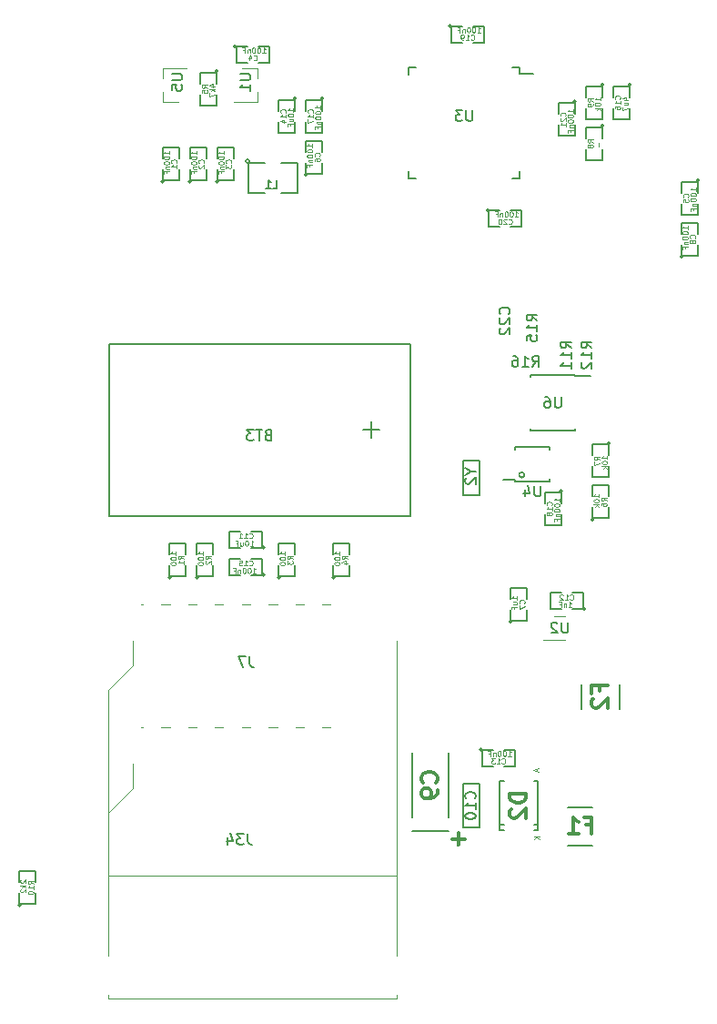
<source format=gbr>
%TF.GenerationSoftware,KiCad,Pcbnew,6.0.4-6f826c9f35~116~ubuntu20.04.1*%
%TF.CreationDate,2022-08-14T20:20:54+00:00*%
%TF.ProjectId,DATALOGGER01A,44415441-4c4f-4474-9745-523031412e6b,REV*%
%TF.SameCoordinates,Original*%
%TF.FileFunction,Legend,Bot*%
%TF.FilePolarity,Positive*%
%FSLAX46Y46*%
G04 Gerber Fmt 4.6, Leading zero omitted, Abs format (unit mm)*
G04 Created by KiCad (PCBNEW 6.0.4-6f826c9f35~116~ubuntu20.04.1) date 2022-08-14 20:20:54*
%MOMM*%
%LPD*%
G01*
G04 APERTURE LIST*
%ADD10C,0.109220*%
%ADD11C,0.150000*%
%ADD12C,0.304800*%
%ADD13C,0.099060*%
%ADD14C,0.127000*%
%ADD15C,0.120000*%
G04 APERTURE END LIST*
D10*
%TO.C,C18*%
X64631207Y46359172D02*
X64655034Y46383000D01*
X64678862Y46454483D01*
X64678862Y46502138D01*
X64655034Y46573621D01*
X64607379Y46621276D01*
X64559724Y46645104D01*
X64464413Y46668931D01*
X64392930Y46668931D01*
X64297620Y46645104D01*
X64249965Y46621276D01*
X64202310Y46573621D01*
X64178482Y46502138D01*
X64178482Y46454483D01*
X64202310Y46383000D01*
X64226137Y46359172D01*
X64678862Y45882620D02*
X64678862Y46168551D01*
X64678862Y46025586D02*
X64178482Y46025586D01*
X64249965Y46073241D01*
X64297620Y46120896D01*
X64321448Y46168551D01*
X64392930Y45596689D02*
X64369103Y45644344D01*
X64345275Y45668171D01*
X64297620Y45691999D01*
X64273792Y45691999D01*
X64226137Y45668171D01*
X64202310Y45644344D01*
X64178482Y45596689D01*
X64178482Y45501378D01*
X64202310Y45453723D01*
X64226137Y45429895D01*
X64273792Y45406068D01*
X64297620Y45406068D01*
X64345275Y45429895D01*
X64369103Y45453723D01*
X64392930Y45501378D01*
X64392930Y45596689D01*
X64416758Y45644344D01*
X64440586Y45668171D01*
X64488241Y45691999D01*
X64583551Y45691999D01*
X64631207Y45668171D01*
X64655034Y45644344D01*
X64678862Y45596689D01*
X64678862Y45501378D01*
X64655034Y45453723D01*
X64631207Y45429895D01*
X64583551Y45406068D01*
X64488241Y45406068D01*
X64440586Y45429895D01*
X64416758Y45453723D01*
X64392930Y45501378D01*
X65377362Y46684897D02*
X65377362Y46970829D01*
X65377362Y46827863D02*
X64876982Y46827863D01*
X64948465Y46875518D01*
X64996120Y46923173D01*
X65019948Y46970829D01*
X64876982Y46375138D02*
X64876982Y46327483D01*
X64900810Y46279828D01*
X64924637Y46256000D01*
X64972292Y46232172D01*
X65067603Y46208345D01*
X65186741Y46208345D01*
X65282051Y46232172D01*
X65329707Y46256000D01*
X65353534Y46279828D01*
X65377362Y46327483D01*
X65377362Y46375138D01*
X65353534Y46422793D01*
X65329707Y46446621D01*
X65282051Y46470449D01*
X65186741Y46494276D01*
X65067603Y46494276D01*
X64972292Y46470449D01*
X64924637Y46446621D01*
X64900810Y46422793D01*
X64876982Y46375138D01*
X64876982Y45898586D02*
X64876982Y45850930D01*
X64900810Y45803275D01*
X64924637Y45779448D01*
X64972292Y45755620D01*
X65067603Y45731792D01*
X65186741Y45731792D01*
X65282051Y45755620D01*
X65329707Y45779448D01*
X65353534Y45803275D01*
X65377362Y45850930D01*
X65377362Y45898586D01*
X65353534Y45946241D01*
X65329707Y45970069D01*
X65282051Y45993896D01*
X65186741Y46017724D01*
X65067603Y46017724D01*
X64972292Y45993896D01*
X64924637Y45970069D01*
X64900810Y45946241D01*
X64876982Y45898586D01*
X65043775Y45517344D02*
X65377362Y45517344D01*
X65091430Y45517344D02*
X65067603Y45493516D01*
X65043775Y45445861D01*
X65043775Y45374378D01*
X65067603Y45326723D01*
X65115258Y45302895D01*
X65377362Y45302895D01*
X65115258Y44897826D02*
X65115258Y45064619D01*
X65377362Y45064619D02*
X64876982Y45064619D01*
X64876982Y44826343D01*
%TO.C,R1*%
X30388862Y41358396D02*
X30150586Y41525190D01*
X30388862Y41644328D02*
X29888482Y41644328D01*
X29888482Y41453707D01*
X29912310Y41406051D01*
X29936137Y41382224D01*
X29983792Y41358396D01*
X30055275Y41358396D01*
X30102930Y41382224D01*
X30126758Y41406051D01*
X30150586Y41453707D01*
X30150586Y41644328D01*
X30388862Y40881844D02*
X30388862Y41167775D01*
X30388862Y41024810D02*
X29888482Y41024810D01*
X29959965Y41072465D01*
X30007620Y41120120D01*
X30031448Y41167775D01*
X29690362Y41735586D02*
X29690362Y42021518D01*
X29690362Y41878552D02*
X29189982Y41878552D01*
X29261465Y41926207D01*
X29309120Y41973862D01*
X29332948Y42021518D01*
X29189982Y41425827D02*
X29189982Y41378172D01*
X29213810Y41330517D01*
X29237637Y41306689D01*
X29285292Y41282861D01*
X29380603Y41259034D01*
X29499741Y41259034D01*
X29595051Y41282861D01*
X29642707Y41306689D01*
X29666534Y41330517D01*
X29690362Y41378172D01*
X29690362Y41425827D01*
X29666534Y41473482D01*
X29642707Y41497310D01*
X29595051Y41521138D01*
X29499741Y41544965D01*
X29380603Y41544965D01*
X29285292Y41521138D01*
X29237637Y41497310D01*
X29213810Y41473482D01*
X29189982Y41425827D01*
X29189982Y40949275D02*
X29189982Y40901620D01*
X29213810Y40853964D01*
X29237637Y40830137D01*
X29285292Y40806309D01*
X29380603Y40782481D01*
X29499741Y40782481D01*
X29595051Y40806309D01*
X29642707Y40830137D01*
X29666534Y40853964D01*
X29690362Y40901620D01*
X29690362Y40949275D01*
X29666534Y40996930D01*
X29642707Y41020758D01*
X29595051Y41044585D01*
X29499741Y41068413D01*
X29380603Y41068413D01*
X29285292Y41044585D01*
X29237637Y41020758D01*
X29213810Y40996930D01*
X29189982Y40949275D01*
%TO.C,C7*%
X62091207Y37230896D02*
X62115034Y37254724D01*
X62138862Y37326207D01*
X62138862Y37373862D01*
X62115034Y37445345D01*
X62067379Y37493000D01*
X62019724Y37516828D01*
X61924413Y37540655D01*
X61852930Y37540655D01*
X61757620Y37516828D01*
X61709965Y37493000D01*
X61662310Y37445345D01*
X61638482Y37373862D01*
X61638482Y37326207D01*
X61662310Y37254724D01*
X61686137Y37230896D01*
X61638482Y37064103D02*
X61638482Y36730516D01*
X62138862Y36944965D01*
X61440362Y37572345D02*
X61440362Y37858276D01*
X61440362Y37715310D02*
X60939982Y37715310D01*
X61011465Y37762966D01*
X61059120Y37810621D01*
X61082948Y37858276D01*
X61106775Y37143448D02*
X61440362Y37143448D01*
X61106775Y37357896D02*
X61368879Y37357896D01*
X61416534Y37334069D01*
X61440362Y37286413D01*
X61440362Y37214930D01*
X61416534Y37167275D01*
X61392707Y37143448D01*
X61178258Y36738378D02*
X61178258Y36905171D01*
X61440362Y36905171D02*
X60939982Y36905171D01*
X60939982Y36666895D01*
%TO.C,R4*%
X45628862Y41358396D02*
X45390586Y41525190D01*
X45628862Y41644328D02*
X45128482Y41644328D01*
X45128482Y41453707D01*
X45152310Y41406051D01*
X45176137Y41382224D01*
X45223792Y41358396D01*
X45295275Y41358396D01*
X45342930Y41382224D01*
X45366758Y41406051D01*
X45390586Y41453707D01*
X45390586Y41644328D01*
X45295275Y40929499D02*
X45628862Y40929499D01*
X45104654Y41048637D02*
X45462069Y41167775D01*
X45462069Y40858016D01*
X44930362Y41735586D02*
X44930362Y42021518D01*
X44930362Y41878552D02*
X44429982Y41878552D01*
X44501465Y41926207D01*
X44549120Y41973862D01*
X44572948Y42021518D01*
X44429982Y41425827D02*
X44429982Y41378172D01*
X44453810Y41330517D01*
X44477637Y41306689D01*
X44525292Y41282861D01*
X44620603Y41259034D01*
X44739741Y41259034D01*
X44835051Y41282861D01*
X44882707Y41306689D01*
X44906534Y41330517D01*
X44930362Y41378172D01*
X44930362Y41425827D01*
X44906534Y41473482D01*
X44882707Y41497310D01*
X44835051Y41521138D01*
X44739741Y41544965D01*
X44620603Y41544965D01*
X44525292Y41521138D01*
X44477637Y41497310D01*
X44453810Y41473482D01*
X44429982Y41425827D01*
X44429982Y40949275D02*
X44429982Y40901620D01*
X44453810Y40853964D01*
X44477637Y40830137D01*
X44525292Y40806309D01*
X44620603Y40782481D01*
X44739741Y40782481D01*
X44835051Y40806309D01*
X44882707Y40830137D01*
X44906534Y40853964D01*
X44930362Y40901620D01*
X44930362Y40949275D01*
X44906534Y40996930D01*
X44882707Y41020758D01*
X44835051Y41044585D01*
X44739741Y41068413D01*
X44620603Y41068413D01*
X44525292Y41044585D01*
X44477637Y41020758D01*
X44453810Y40996930D01*
X44429982Y40949275D01*
%TO.C,C8*%
X77966207Y71203396D02*
X77990034Y71227224D01*
X78013862Y71298707D01*
X78013862Y71346362D01*
X77990034Y71417845D01*
X77942379Y71465500D01*
X77894724Y71489328D01*
X77799413Y71513155D01*
X77727930Y71513155D01*
X77632620Y71489328D01*
X77584965Y71465500D01*
X77537310Y71417845D01*
X77513482Y71346362D01*
X77513482Y71298707D01*
X77537310Y71227224D01*
X77561137Y71203396D01*
X77727930Y70917465D02*
X77704103Y70965120D01*
X77680275Y70988948D01*
X77632620Y71012775D01*
X77608792Y71012775D01*
X77561137Y70988948D01*
X77537310Y70965120D01*
X77513482Y70917465D01*
X77513482Y70822154D01*
X77537310Y70774499D01*
X77561137Y70750671D01*
X77608792Y70726844D01*
X77632620Y70726844D01*
X77680275Y70750671D01*
X77704103Y70774499D01*
X77727930Y70822154D01*
X77727930Y70917465D01*
X77751758Y70965120D01*
X77775586Y70988948D01*
X77823241Y71012775D01*
X77918551Y71012775D01*
X77966207Y70988948D01*
X77990034Y70965120D01*
X78013862Y70917465D01*
X78013862Y70822154D01*
X77990034Y70774499D01*
X77966207Y70750671D01*
X77918551Y70726844D01*
X77823241Y70726844D01*
X77775586Y70750671D01*
X77751758Y70774499D01*
X77727930Y70822154D01*
X77315362Y72021397D02*
X77315362Y72307329D01*
X77315362Y72164363D02*
X76814982Y72164363D01*
X76886465Y72212018D01*
X76934120Y72259673D01*
X76957948Y72307329D01*
X76814982Y71711638D02*
X76814982Y71663983D01*
X76838810Y71616328D01*
X76862637Y71592500D01*
X76910292Y71568672D01*
X77005603Y71544845D01*
X77124741Y71544845D01*
X77220051Y71568672D01*
X77267707Y71592500D01*
X77291534Y71616328D01*
X77315362Y71663983D01*
X77315362Y71711638D01*
X77291534Y71759293D01*
X77267707Y71783121D01*
X77220051Y71806949D01*
X77124741Y71830776D01*
X77005603Y71830776D01*
X76910292Y71806949D01*
X76862637Y71783121D01*
X76838810Y71759293D01*
X76814982Y71711638D01*
X76814982Y71235086D02*
X76814982Y71187430D01*
X76838810Y71139775D01*
X76862637Y71115948D01*
X76910292Y71092120D01*
X77005603Y71068292D01*
X77124741Y71068292D01*
X77220051Y71092120D01*
X77267707Y71115948D01*
X77291534Y71139775D01*
X77315362Y71187430D01*
X77315362Y71235086D01*
X77291534Y71282741D01*
X77267707Y71306569D01*
X77220051Y71330396D01*
X77124741Y71354224D01*
X77005603Y71354224D01*
X76910292Y71330396D01*
X76862637Y71306569D01*
X76838810Y71282741D01*
X76814982Y71235086D01*
X76981775Y70853844D02*
X77315362Y70853844D01*
X77029430Y70853844D02*
X77005603Y70830016D01*
X76981775Y70782361D01*
X76981775Y70710878D01*
X77005603Y70663223D01*
X77053258Y70639395D01*
X77315362Y70639395D01*
X77053258Y70234326D02*
X77053258Y70401119D01*
X77315362Y70401119D02*
X76814982Y70401119D01*
X76814982Y70162843D01*
%TO.C,C5*%
X77331207Y75013396D02*
X77355034Y75037224D01*
X77378862Y75108707D01*
X77378862Y75156362D01*
X77355034Y75227845D01*
X77307379Y75275500D01*
X77259724Y75299328D01*
X77164413Y75323155D01*
X77092930Y75323155D01*
X76997620Y75299328D01*
X76949965Y75275500D01*
X76902310Y75227845D01*
X76878482Y75156362D01*
X76878482Y75108707D01*
X76902310Y75037224D01*
X76926137Y75013396D01*
X76878482Y74560671D02*
X76878482Y74798948D01*
X77116758Y74822775D01*
X77092930Y74798948D01*
X77069103Y74751292D01*
X77069103Y74632154D01*
X77092930Y74584499D01*
X77116758Y74560671D01*
X77164413Y74536844D01*
X77283551Y74536844D01*
X77331207Y74560671D01*
X77355034Y74584499D01*
X77378862Y74632154D01*
X77378862Y74751292D01*
X77355034Y74798948D01*
X77331207Y74822775D01*
X78077362Y75577397D02*
X78077362Y75863329D01*
X78077362Y75720363D02*
X77576982Y75720363D01*
X77648465Y75768018D01*
X77696120Y75815673D01*
X77719948Y75863329D01*
X77576982Y75267638D02*
X77576982Y75219983D01*
X77600810Y75172328D01*
X77624637Y75148500D01*
X77672292Y75124672D01*
X77767603Y75100845D01*
X77886741Y75100845D01*
X77982051Y75124672D01*
X78029707Y75148500D01*
X78053534Y75172328D01*
X78077362Y75219983D01*
X78077362Y75267638D01*
X78053534Y75315293D01*
X78029707Y75339121D01*
X77982051Y75362949D01*
X77886741Y75386776D01*
X77767603Y75386776D01*
X77672292Y75362949D01*
X77624637Y75339121D01*
X77600810Y75315293D01*
X77576982Y75267638D01*
X77576982Y74791086D02*
X77576982Y74743430D01*
X77600810Y74695775D01*
X77624637Y74671948D01*
X77672292Y74648120D01*
X77767603Y74624292D01*
X77886741Y74624292D01*
X77982051Y74648120D01*
X78029707Y74671948D01*
X78053534Y74695775D01*
X78077362Y74743430D01*
X78077362Y74791086D01*
X78053534Y74838741D01*
X78029707Y74862569D01*
X77982051Y74886396D01*
X77886741Y74910224D01*
X77767603Y74910224D01*
X77672292Y74886396D01*
X77624637Y74862569D01*
X77600810Y74838741D01*
X77576982Y74791086D01*
X77743775Y74409844D02*
X78077362Y74409844D01*
X77791430Y74409844D02*
X77767603Y74386016D01*
X77743775Y74338361D01*
X77743775Y74266878D01*
X77767603Y74219223D01*
X77815258Y74195395D01*
X78077362Y74195395D01*
X77815258Y73790326D02*
X77815258Y73957119D01*
X78077362Y73957119D02*
X77576982Y73957119D01*
X77576982Y73718843D01*
%TO.C,C16*%
X70981207Y84141672D02*
X71005034Y84165500D01*
X71028862Y84236983D01*
X71028862Y84284638D01*
X71005034Y84356121D01*
X70957379Y84403776D01*
X70909724Y84427604D01*
X70814413Y84451431D01*
X70742930Y84451431D01*
X70647620Y84427604D01*
X70599965Y84403776D01*
X70552310Y84356121D01*
X70528482Y84284638D01*
X70528482Y84236983D01*
X70552310Y84165500D01*
X70576137Y84141672D01*
X71028862Y83665120D02*
X71028862Y83951051D01*
X71028862Y83808086D02*
X70528482Y83808086D01*
X70599965Y83855741D01*
X70647620Y83903396D01*
X70671448Y83951051D01*
X70528482Y83236223D02*
X70528482Y83331533D01*
X70552310Y83379189D01*
X70576137Y83403016D01*
X70647620Y83450671D01*
X70742930Y83474499D01*
X70933551Y83474499D01*
X70981207Y83450671D01*
X71005034Y83426844D01*
X71028862Y83379189D01*
X71028862Y83283878D01*
X71005034Y83236223D01*
X70981207Y83212395D01*
X70933551Y83188568D01*
X70814413Y83188568D01*
X70766758Y83212395D01*
X70742930Y83236223D01*
X70719103Y83283878D01*
X70719103Y83379189D01*
X70742930Y83426844D01*
X70766758Y83450671D01*
X70814413Y83474499D01*
X71393775Y84062328D02*
X71727362Y84062328D01*
X71203154Y84181466D02*
X71560569Y84300604D01*
X71560569Y83990845D01*
X71393775Y83585775D02*
X71727362Y83585775D01*
X71393775Y83800224D02*
X71655879Y83800224D01*
X71703534Y83776396D01*
X71727362Y83728741D01*
X71727362Y83657258D01*
X71703534Y83609603D01*
X71679707Y83585775D01*
X71226982Y83395154D02*
X71226982Y83061568D01*
X71727362Y83276016D01*
%TO.C,C17*%
X42406207Y82871672D02*
X42430034Y82895500D01*
X42453862Y82966983D01*
X42453862Y83014638D01*
X42430034Y83086121D01*
X42382379Y83133776D01*
X42334724Y83157604D01*
X42239413Y83181431D01*
X42167930Y83181431D01*
X42072620Y83157604D01*
X42024965Y83133776D01*
X41977310Y83086121D01*
X41953482Y83014638D01*
X41953482Y82966983D01*
X41977310Y82895500D01*
X42001137Y82871672D01*
X42453862Y82395120D02*
X42453862Y82681051D01*
X42453862Y82538086D02*
X41953482Y82538086D01*
X42024965Y82585741D01*
X42072620Y82633396D01*
X42096448Y82681051D01*
X41953482Y82228327D02*
X41953482Y81894740D01*
X42453862Y82109189D01*
X43152362Y83197397D02*
X43152362Y83483329D01*
X43152362Y83340363D02*
X42651982Y83340363D01*
X42723465Y83388018D01*
X42771120Y83435673D01*
X42794948Y83483329D01*
X42651982Y82887638D02*
X42651982Y82839983D01*
X42675810Y82792328D01*
X42699637Y82768500D01*
X42747292Y82744672D01*
X42842603Y82720845D01*
X42961741Y82720845D01*
X43057051Y82744672D01*
X43104707Y82768500D01*
X43128534Y82792328D01*
X43152362Y82839983D01*
X43152362Y82887638D01*
X43128534Y82935293D01*
X43104707Y82959121D01*
X43057051Y82982949D01*
X42961741Y83006776D01*
X42842603Y83006776D01*
X42747292Y82982949D01*
X42699637Y82959121D01*
X42675810Y82935293D01*
X42651982Y82887638D01*
X42651982Y82411086D02*
X42651982Y82363430D01*
X42675810Y82315775D01*
X42699637Y82291948D01*
X42747292Y82268120D01*
X42842603Y82244292D01*
X42961741Y82244292D01*
X43057051Y82268120D01*
X43104707Y82291948D01*
X43128534Y82315775D01*
X43152362Y82363430D01*
X43152362Y82411086D01*
X43128534Y82458741D01*
X43104707Y82482569D01*
X43057051Y82506396D01*
X42961741Y82530224D01*
X42842603Y82530224D01*
X42747292Y82506396D01*
X42699637Y82482569D01*
X42675810Y82458741D01*
X42651982Y82411086D01*
X42818775Y82029844D02*
X43152362Y82029844D01*
X42866430Y82029844D02*
X42842603Y82006016D01*
X42818775Y81958361D01*
X42818775Y81886878D01*
X42842603Y81839223D01*
X42890258Y81815395D01*
X43152362Y81815395D01*
X42890258Y81410326D02*
X42890258Y81577119D01*
X43152362Y81577119D02*
X42651982Y81577119D01*
X42651982Y81338843D01*
%TO.C,R8*%
X68488862Y80093396D02*
X68250586Y80260190D01*
X68488862Y80379328D02*
X67988482Y80379328D01*
X67988482Y80188707D01*
X68012310Y80141051D01*
X68036137Y80117224D01*
X68083792Y80093396D01*
X68155275Y80093396D01*
X68202930Y80117224D01*
X68226758Y80141051D01*
X68250586Y80188707D01*
X68250586Y80379328D01*
X68202930Y79807465D02*
X68179103Y79855120D01*
X68155275Y79878948D01*
X68107620Y79902775D01*
X68083792Y79902775D01*
X68036137Y79878948D01*
X68012310Y79855120D01*
X67988482Y79807465D01*
X67988482Y79712154D01*
X68012310Y79664499D01*
X68036137Y79640671D01*
X68083792Y79616844D01*
X68107620Y79616844D01*
X68155275Y79640671D01*
X68179103Y79664499D01*
X68202930Y79712154D01*
X68202930Y79807465D01*
X68226758Y79855120D01*
X68250586Y79878948D01*
X68298241Y79902775D01*
X68393551Y79902775D01*
X68441207Y79878948D01*
X68465034Y79855120D01*
X68488862Y79807465D01*
X68488862Y79712154D01*
X68465034Y79664499D01*
X68441207Y79640671D01*
X68393551Y79616844D01*
X68298241Y79616844D01*
X68250586Y79640671D01*
X68226758Y79664499D01*
X68202930Y79712154D01*
X68996741Y80073620D02*
X68996741Y79692379D01*
%TO.C,R9*%
X68488862Y83903396D02*
X68250586Y84070190D01*
X68488862Y84189328D02*
X67988482Y84189328D01*
X67988482Y83998707D01*
X68012310Y83951051D01*
X68036137Y83927224D01*
X68083792Y83903396D01*
X68155275Y83903396D01*
X68202930Y83927224D01*
X68226758Y83951051D01*
X68250586Y83998707D01*
X68250586Y84189328D01*
X68488862Y83665120D02*
X68488862Y83569810D01*
X68465034Y83522154D01*
X68441207Y83498327D01*
X68369724Y83450671D01*
X68274413Y83426844D01*
X68083792Y83426844D01*
X68036137Y83450671D01*
X68012310Y83474499D01*
X67988482Y83522154D01*
X67988482Y83617465D01*
X68012310Y83665120D01*
X68036137Y83688948D01*
X68083792Y83712775D01*
X68202930Y83712775D01*
X68250586Y83688948D01*
X68274413Y83665120D01*
X68298241Y83617465D01*
X68298241Y83522154D01*
X68274413Y83474499D01*
X68250586Y83450671D01*
X68202930Y83426844D01*
X69187362Y83990845D02*
X69187362Y84276776D01*
X69187362Y84133810D02*
X68686982Y84133810D01*
X68758465Y84181466D01*
X68806120Y84229121D01*
X68829948Y84276776D01*
X68686982Y83681086D02*
X68686982Y83633430D01*
X68710810Y83585775D01*
X68734637Y83561948D01*
X68782292Y83538120D01*
X68877603Y83514292D01*
X68996741Y83514292D01*
X69092051Y83538120D01*
X69139707Y83561948D01*
X69163534Y83585775D01*
X69187362Y83633430D01*
X69187362Y83681086D01*
X69163534Y83728741D01*
X69139707Y83752569D01*
X69092051Y83776396D01*
X68996741Y83800224D01*
X68877603Y83800224D01*
X68782292Y83776396D01*
X68734637Y83752569D01*
X68710810Y83728741D01*
X68686982Y83681086D01*
X69187362Y83299844D02*
X68686982Y83299844D01*
X68996741Y83252189D02*
X69187362Y83109223D01*
X68853775Y83109223D02*
X69044396Y83299844D01*
D11*
%TO.C,U4*%
X63626904Y48162619D02*
X63626904Y47353095D01*
X63579285Y47257857D01*
X63531666Y47210238D01*
X63436428Y47162619D01*
X63245952Y47162619D01*
X63150714Y47210238D01*
X63103095Y47257857D01*
X63055476Y47353095D01*
X63055476Y48162619D01*
X62150714Y47829285D02*
X62150714Y47162619D01*
X62388809Y48210238D02*
X62626904Y47495952D01*
X62007857Y47495952D01*
D10*
%TO.C,C1*%
X29706207Y78188396D02*
X29730034Y78212224D01*
X29753862Y78283707D01*
X29753862Y78331362D01*
X29730034Y78402845D01*
X29682379Y78450500D01*
X29634724Y78474328D01*
X29539413Y78498155D01*
X29467930Y78498155D01*
X29372620Y78474328D01*
X29324965Y78450500D01*
X29277310Y78402845D01*
X29253482Y78331362D01*
X29253482Y78283707D01*
X29277310Y78212224D01*
X29301137Y78188396D01*
X29753862Y77711844D02*
X29753862Y77997775D01*
X29753862Y77854810D02*
X29253482Y77854810D01*
X29324965Y77902465D01*
X29372620Y77950120D01*
X29396448Y77997775D01*
X29055362Y79006397D02*
X29055362Y79292329D01*
X29055362Y79149363D02*
X28554982Y79149363D01*
X28626465Y79197018D01*
X28674120Y79244673D01*
X28697948Y79292329D01*
X28554982Y78696638D02*
X28554982Y78648983D01*
X28578810Y78601328D01*
X28602637Y78577500D01*
X28650292Y78553672D01*
X28745603Y78529845D01*
X28864741Y78529845D01*
X28960051Y78553672D01*
X29007707Y78577500D01*
X29031534Y78601328D01*
X29055362Y78648983D01*
X29055362Y78696638D01*
X29031534Y78744293D01*
X29007707Y78768121D01*
X28960051Y78791949D01*
X28864741Y78815776D01*
X28745603Y78815776D01*
X28650292Y78791949D01*
X28602637Y78768121D01*
X28578810Y78744293D01*
X28554982Y78696638D01*
X28554982Y78220086D02*
X28554982Y78172430D01*
X28578810Y78124775D01*
X28602637Y78100948D01*
X28650292Y78077120D01*
X28745603Y78053292D01*
X28864741Y78053292D01*
X28960051Y78077120D01*
X29007707Y78100948D01*
X29031534Y78124775D01*
X29055362Y78172430D01*
X29055362Y78220086D01*
X29031534Y78267741D01*
X29007707Y78291569D01*
X28960051Y78315396D01*
X28864741Y78339224D01*
X28745603Y78339224D01*
X28650292Y78315396D01*
X28602637Y78291569D01*
X28578810Y78267741D01*
X28554982Y78220086D01*
X28721775Y77838844D02*
X29055362Y77838844D01*
X28769430Y77838844D02*
X28745603Y77815016D01*
X28721775Y77767361D01*
X28721775Y77695878D01*
X28745603Y77648223D01*
X28793258Y77624395D01*
X29055362Y77624395D01*
X28793258Y77219326D02*
X28793258Y77386119D01*
X29055362Y77386119D02*
X28554982Y77386119D01*
X28554982Y77147843D01*
%TO.C,C2*%
X32246207Y78188396D02*
X32270034Y78212224D01*
X32293862Y78283707D01*
X32293862Y78331362D01*
X32270034Y78402845D01*
X32222379Y78450500D01*
X32174724Y78474328D01*
X32079413Y78498155D01*
X32007930Y78498155D01*
X31912620Y78474328D01*
X31864965Y78450500D01*
X31817310Y78402845D01*
X31793482Y78331362D01*
X31793482Y78283707D01*
X31817310Y78212224D01*
X31841137Y78188396D01*
X31841137Y77997775D02*
X31817310Y77973948D01*
X31793482Y77926292D01*
X31793482Y77807154D01*
X31817310Y77759499D01*
X31841137Y77735671D01*
X31888792Y77711844D01*
X31936448Y77711844D01*
X32007930Y77735671D01*
X32293862Y78021603D01*
X32293862Y77711844D01*
X31595362Y79006397D02*
X31595362Y79292329D01*
X31595362Y79149363D02*
X31094982Y79149363D01*
X31166465Y79197018D01*
X31214120Y79244673D01*
X31237948Y79292329D01*
X31094982Y78696638D02*
X31094982Y78648983D01*
X31118810Y78601328D01*
X31142637Y78577500D01*
X31190292Y78553672D01*
X31285603Y78529845D01*
X31404741Y78529845D01*
X31500051Y78553672D01*
X31547707Y78577500D01*
X31571534Y78601328D01*
X31595362Y78648983D01*
X31595362Y78696638D01*
X31571534Y78744293D01*
X31547707Y78768121D01*
X31500051Y78791949D01*
X31404741Y78815776D01*
X31285603Y78815776D01*
X31190292Y78791949D01*
X31142637Y78768121D01*
X31118810Y78744293D01*
X31094982Y78696638D01*
X31094982Y78220086D02*
X31094982Y78172430D01*
X31118810Y78124775D01*
X31142637Y78100948D01*
X31190292Y78077120D01*
X31285603Y78053292D01*
X31404741Y78053292D01*
X31500051Y78077120D01*
X31547707Y78100948D01*
X31571534Y78124775D01*
X31595362Y78172430D01*
X31595362Y78220086D01*
X31571534Y78267741D01*
X31547707Y78291569D01*
X31500051Y78315396D01*
X31404741Y78339224D01*
X31285603Y78339224D01*
X31190292Y78315396D01*
X31142637Y78291569D01*
X31118810Y78267741D01*
X31094982Y78220086D01*
X31261775Y77838844D02*
X31595362Y77838844D01*
X31309430Y77838844D02*
X31285603Y77815016D01*
X31261775Y77767361D01*
X31261775Y77695878D01*
X31285603Y77648223D01*
X31333258Y77624395D01*
X31595362Y77624395D01*
X31333258Y77219326D02*
X31333258Y77386119D01*
X31595362Y77386119D02*
X31094982Y77386119D01*
X31094982Y77147843D01*
%TO.C,C3*%
X34786207Y78188396D02*
X34810034Y78212224D01*
X34833862Y78283707D01*
X34833862Y78331362D01*
X34810034Y78402845D01*
X34762379Y78450500D01*
X34714724Y78474328D01*
X34619413Y78498155D01*
X34547930Y78498155D01*
X34452620Y78474328D01*
X34404965Y78450500D01*
X34357310Y78402845D01*
X34333482Y78331362D01*
X34333482Y78283707D01*
X34357310Y78212224D01*
X34381137Y78188396D01*
X34333482Y78021603D02*
X34333482Y77711844D01*
X34524103Y77878637D01*
X34524103Y77807154D01*
X34547930Y77759499D01*
X34571758Y77735671D01*
X34619413Y77711844D01*
X34738551Y77711844D01*
X34786207Y77735671D01*
X34810034Y77759499D01*
X34833862Y77807154D01*
X34833862Y77950120D01*
X34810034Y77997775D01*
X34786207Y78021603D01*
X34135362Y79006397D02*
X34135362Y79292329D01*
X34135362Y79149363D02*
X33634982Y79149363D01*
X33706465Y79197018D01*
X33754120Y79244673D01*
X33777948Y79292329D01*
X33634982Y78696638D02*
X33634982Y78648983D01*
X33658810Y78601328D01*
X33682637Y78577500D01*
X33730292Y78553672D01*
X33825603Y78529845D01*
X33944741Y78529845D01*
X34040051Y78553672D01*
X34087707Y78577500D01*
X34111534Y78601328D01*
X34135362Y78648983D01*
X34135362Y78696638D01*
X34111534Y78744293D01*
X34087707Y78768121D01*
X34040051Y78791949D01*
X33944741Y78815776D01*
X33825603Y78815776D01*
X33730292Y78791949D01*
X33682637Y78768121D01*
X33658810Y78744293D01*
X33634982Y78696638D01*
X33634982Y78220086D02*
X33634982Y78172430D01*
X33658810Y78124775D01*
X33682637Y78100948D01*
X33730292Y78077120D01*
X33825603Y78053292D01*
X33944741Y78053292D01*
X34040051Y78077120D01*
X34087707Y78100948D01*
X34111534Y78124775D01*
X34135362Y78172430D01*
X34135362Y78220086D01*
X34111534Y78267741D01*
X34087707Y78291569D01*
X34040051Y78315396D01*
X33944741Y78339224D01*
X33825603Y78339224D01*
X33730292Y78315396D01*
X33682637Y78291569D01*
X33658810Y78267741D01*
X33634982Y78220086D01*
X33801775Y77838844D02*
X34135362Y77838844D01*
X33849430Y77838844D02*
X33825603Y77815016D01*
X33801775Y77767361D01*
X33801775Y77695878D01*
X33825603Y77648223D01*
X33873258Y77624395D01*
X34135362Y77624395D01*
X33873258Y77219326D02*
X33873258Y77386119D01*
X34135362Y77386119D02*
X33634982Y77386119D01*
X33634982Y77147843D01*
%TO.C,C4*%
X36913396Y87768792D02*
X36937224Y87744965D01*
X37008707Y87721137D01*
X37056362Y87721137D01*
X37127845Y87744965D01*
X37175500Y87792620D01*
X37199328Y87840275D01*
X37223155Y87935586D01*
X37223155Y88007069D01*
X37199328Y88102379D01*
X37175500Y88150034D01*
X37127845Y88197690D01*
X37056362Y88221517D01*
X37008707Y88221517D01*
X36937224Y88197690D01*
X36913396Y88173862D01*
X36484499Y88054724D02*
X36484499Y87721137D01*
X36603637Y88245345D02*
X36722775Y87887930D01*
X36413016Y87887930D01*
X37731397Y88419637D02*
X38017329Y88419637D01*
X37874363Y88419637D02*
X37874363Y88920017D01*
X37922018Y88848534D01*
X37969673Y88800879D01*
X38017329Y88777051D01*
X37421638Y88920017D02*
X37373983Y88920017D01*
X37326328Y88896190D01*
X37302500Y88872362D01*
X37278672Y88824707D01*
X37254845Y88729396D01*
X37254845Y88610258D01*
X37278672Y88514948D01*
X37302500Y88467292D01*
X37326328Y88443465D01*
X37373983Y88419637D01*
X37421638Y88419637D01*
X37469293Y88443465D01*
X37493121Y88467292D01*
X37516949Y88514948D01*
X37540776Y88610258D01*
X37540776Y88729396D01*
X37516949Y88824707D01*
X37493121Y88872362D01*
X37469293Y88896190D01*
X37421638Y88920017D01*
X36945086Y88920017D02*
X36897430Y88920017D01*
X36849775Y88896190D01*
X36825948Y88872362D01*
X36802120Y88824707D01*
X36778292Y88729396D01*
X36778292Y88610258D01*
X36802120Y88514948D01*
X36825948Y88467292D01*
X36849775Y88443465D01*
X36897430Y88419637D01*
X36945086Y88419637D01*
X36992741Y88443465D01*
X37016569Y88467292D01*
X37040396Y88514948D01*
X37064224Y88610258D01*
X37064224Y88729396D01*
X37040396Y88824707D01*
X37016569Y88872362D01*
X36992741Y88896190D01*
X36945086Y88920017D01*
X36563844Y88753224D02*
X36563844Y88419637D01*
X36563844Y88705569D02*
X36540016Y88729396D01*
X36492361Y88753224D01*
X36420878Y88753224D01*
X36373223Y88729396D01*
X36349395Y88681741D01*
X36349395Y88419637D01*
X35944326Y88681741D02*
X36111119Y88681741D01*
X36111119Y88419637D02*
X36111119Y88920017D01*
X35872843Y88920017D01*
%TO.C,C6*%
X43041207Y78823396D02*
X43065034Y78847224D01*
X43088862Y78918707D01*
X43088862Y78966362D01*
X43065034Y79037845D01*
X43017379Y79085500D01*
X42969724Y79109328D01*
X42874413Y79133155D01*
X42802930Y79133155D01*
X42707620Y79109328D01*
X42659965Y79085500D01*
X42612310Y79037845D01*
X42588482Y78966362D01*
X42588482Y78918707D01*
X42612310Y78847224D01*
X42636137Y78823396D01*
X42588482Y78394499D02*
X42588482Y78489810D01*
X42612310Y78537465D01*
X42636137Y78561292D01*
X42707620Y78608948D01*
X42802930Y78632775D01*
X42993551Y78632775D01*
X43041207Y78608948D01*
X43065034Y78585120D01*
X43088862Y78537465D01*
X43088862Y78442154D01*
X43065034Y78394499D01*
X43041207Y78370671D01*
X42993551Y78346844D01*
X42874413Y78346844D01*
X42826758Y78370671D01*
X42802930Y78394499D01*
X42779103Y78442154D01*
X42779103Y78537465D01*
X42802930Y78585120D01*
X42826758Y78608948D01*
X42874413Y78632775D01*
X42390362Y79641397D02*
X42390362Y79927329D01*
X42390362Y79784363D02*
X41889982Y79784363D01*
X41961465Y79832018D01*
X42009120Y79879673D01*
X42032948Y79927329D01*
X41889982Y79331638D02*
X41889982Y79283983D01*
X41913810Y79236328D01*
X41937637Y79212500D01*
X41985292Y79188672D01*
X42080603Y79164845D01*
X42199741Y79164845D01*
X42295051Y79188672D01*
X42342707Y79212500D01*
X42366534Y79236328D01*
X42390362Y79283983D01*
X42390362Y79331638D01*
X42366534Y79379293D01*
X42342707Y79403121D01*
X42295051Y79426949D01*
X42199741Y79450776D01*
X42080603Y79450776D01*
X41985292Y79426949D01*
X41937637Y79403121D01*
X41913810Y79379293D01*
X41889982Y79331638D01*
X41889982Y78855086D02*
X41889982Y78807430D01*
X41913810Y78759775D01*
X41937637Y78735948D01*
X41985292Y78712120D01*
X42080603Y78688292D01*
X42199741Y78688292D01*
X42295051Y78712120D01*
X42342707Y78735948D01*
X42366534Y78759775D01*
X42390362Y78807430D01*
X42390362Y78855086D01*
X42366534Y78902741D01*
X42342707Y78926569D01*
X42295051Y78950396D01*
X42199741Y78974224D01*
X42080603Y78974224D01*
X41985292Y78950396D01*
X41937637Y78926569D01*
X41913810Y78902741D01*
X41889982Y78855086D01*
X42056775Y78473844D02*
X42390362Y78473844D01*
X42104430Y78473844D02*
X42080603Y78450016D01*
X42056775Y78402361D01*
X42056775Y78330878D01*
X42080603Y78283223D01*
X42128258Y78259395D01*
X42390362Y78259395D01*
X42128258Y77854326D02*
X42128258Y78021119D01*
X42390362Y78021119D02*
X41889982Y78021119D01*
X41889982Y77782843D01*
D12*
%TO.C,C9*%
X53884285Y20574000D02*
X53956857Y20646571D01*
X54029428Y20864285D01*
X54029428Y21009428D01*
X53956857Y21227142D01*
X53811714Y21372285D01*
X53666571Y21444857D01*
X53376285Y21517428D01*
X53158571Y21517428D01*
X52868285Y21444857D01*
X52723142Y21372285D01*
X52578000Y21227142D01*
X52505428Y21009428D01*
X52505428Y20864285D01*
X52578000Y20646571D01*
X52650571Y20574000D01*
X54029428Y19848285D02*
X54029428Y19558000D01*
X53956857Y19412857D01*
X53884285Y19340285D01*
X53666571Y19195142D01*
X53376285Y19122571D01*
X52795714Y19122571D01*
X52650571Y19195142D01*
X52578000Y19267714D01*
X52505428Y19412857D01*
X52505428Y19703142D01*
X52578000Y19848285D01*
X52650571Y19920857D01*
X52795714Y19993428D01*
X53158571Y19993428D01*
X53303714Y19920857D01*
X53376285Y19848285D01*
X53448857Y19703142D01*
X53448857Y19412857D01*
X53376285Y19267714D01*
X53303714Y19195142D01*
X53158571Y19122571D01*
X55999017Y15901851D02*
X55999017Y14740708D01*
X56579588Y15321280D02*
X55418445Y15321280D01*
D11*
%TO.C,C10*%
X57507142Y19057857D02*
X57554761Y19105476D01*
X57602380Y19248333D01*
X57602380Y19343571D01*
X57554761Y19486428D01*
X57459523Y19581666D01*
X57364285Y19629285D01*
X57173809Y19676904D01*
X57030952Y19676904D01*
X56840476Y19629285D01*
X56745238Y19581666D01*
X56650000Y19486428D01*
X56602380Y19343571D01*
X56602380Y19248333D01*
X56650000Y19105476D01*
X56697619Y19057857D01*
X57602380Y18105476D02*
X57602380Y18676904D01*
X57602380Y18391190D02*
X56602380Y18391190D01*
X56745238Y18486428D01*
X56840476Y18581666D01*
X56888095Y18676904D01*
X56602380Y17486428D02*
X56602380Y17391190D01*
X56650000Y17295952D01*
X56697619Y17248333D01*
X56792857Y17200714D01*
X56983333Y17153095D01*
X57221428Y17153095D01*
X57411904Y17200714D01*
X57507142Y17248333D01*
X57554761Y17295952D01*
X57602380Y17391190D01*
X57602380Y17486428D01*
X57554761Y17581666D01*
X57507142Y17629285D01*
X57411904Y17676904D01*
X57221428Y17724523D01*
X56983333Y17724523D01*
X56792857Y17676904D01*
X56697619Y17629285D01*
X56650000Y17581666D01*
X56602380Y17486428D01*
D10*
%TO.C,C11*%
X36516672Y43318792D02*
X36540500Y43294965D01*
X36611983Y43271137D01*
X36659638Y43271137D01*
X36731121Y43294965D01*
X36778776Y43342620D01*
X36802604Y43390275D01*
X36826431Y43485586D01*
X36826431Y43557069D01*
X36802604Y43652379D01*
X36778776Y43700034D01*
X36731121Y43747690D01*
X36659638Y43771517D01*
X36611983Y43771517D01*
X36540500Y43747690D01*
X36516672Y43723862D01*
X36040120Y43271137D02*
X36326051Y43271137D01*
X36183086Y43271137D02*
X36183086Y43771517D01*
X36230741Y43700034D01*
X36278396Y43652379D01*
X36326051Y43628551D01*
X35563568Y43271137D02*
X35849499Y43271137D01*
X35706533Y43271137D02*
X35706533Y43771517D01*
X35754189Y43700034D01*
X35801844Y43652379D01*
X35849499Y43628551D01*
X36604121Y42572637D02*
X36890052Y42572637D01*
X36747087Y42572637D02*
X36747087Y43073017D01*
X36794742Y43001534D01*
X36842397Y42953879D01*
X36890052Y42930051D01*
X36294362Y43073017D02*
X36246707Y43073017D01*
X36199051Y43049190D01*
X36175224Y43025362D01*
X36151396Y42977707D01*
X36127569Y42882396D01*
X36127569Y42763258D01*
X36151396Y42667948D01*
X36175224Y42620292D01*
X36199051Y42596465D01*
X36246707Y42572637D01*
X36294362Y42572637D01*
X36342017Y42596465D01*
X36365845Y42620292D01*
X36389672Y42667948D01*
X36413500Y42763258D01*
X36413500Y42882396D01*
X36389672Y42977707D01*
X36365845Y43025362D01*
X36342017Y43049190D01*
X36294362Y43073017D01*
X35698671Y42906224D02*
X35698671Y42572637D01*
X35913120Y42906224D02*
X35913120Y42644120D01*
X35889292Y42596465D01*
X35841637Y42572637D01*
X35770154Y42572637D01*
X35722499Y42596465D01*
X35698671Y42620292D01*
X35293602Y42834741D02*
X35460395Y42834741D01*
X35460395Y42572637D02*
X35460395Y43073017D01*
X35222119Y43073017D01*
%TO.C,C12*%
X66361672Y37603792D02*
X66385500Y37579965D01*
X66456983Y37556137D01*
X66504638Y37556137D01*
X66576121Y37579965D01*
X66623776Y37627620D01*
X66647604Y37675275D01*
X66671431Y37770586D01*
X66671431Y37842069D01*
X66647604Y37937379D01*
X66623776Y37985034D01*
X66576121Y38032690D01*
X66504638Y38056517D01*
X66456983Y38056517D01*
X66385500Y38032690D01*
X66361672Y38008862D01*
X65885120Y37556137D02*
X66171051Y37556137D01*
X66028086Y37556137D02*
X66028086Y38056517D01*
X66075741Y37985034D01*
X66123396Y37937379D01*
X66171051Y37913551D01*
X65694499Y38008862D02*
X65670671Y38032690D01*
X65623016Y38056517D01*
X65503878Y38056517D01*
X65456223Y38032690D01*
X65432395Y38008862D01*
X65408568Y37961207D01*
X65408568Y37913551D01*
X65432395Y37842069D01*
X65718327Y37556137D01*
X65408568Y37556137D01*
X66210845Y36857637D02*
X66496776Y36857637D01*
X66353810Y36857637D02*
X66353810Y37358017D01*
X66401466Y37286534D01*
X66449121Y37238879D01*
X66496776Y37215051D01*
X65996396Y37191224D02*
X65996396Y36857637D01*
X65996396Y37143569D02*
X65972569Y37167396D01*
X65924913Y37191224D01*
X65853430Y37191224D01*
X65805775Y37167396D01*
X65781948Y37119741D01*
X65781948Y36857637D01*
X65376878Y37119741D02*
X65543671Y37119741D01*
X65543671Y36857637D02*
X65543671Y37358017D01*
X65305395Y37358017D01*
%TO.C,C13*%
X60011672Y22363792D02*
X60035500Y22339965D01*
X60106983Y22316137D01*
X60154638Y22316137D01*
X60226121Y22339965D01*
X60273776Y22387620D01*
X60297604Y22435275D01*
X60321431Y22530586D01*
X60321431Y22602069D01*
X60297604Y22697379D01*
X60273776Y22745034D01*
X60226121Y22792690D01*
X60154638Y22816517D01*
X60106983Y22816517D01*
X60035500Y22792690D01*
X60011672Y22768862D01*
X59535120Y22316137D02*
X59821051Y22316137D01*
X59678086Y22316137D02*
X59678086Y22816517D01*
X59725741Y22745034D01*
X59773396Y22697379D01*
X59821051Y22673551D01*
X59368327Y22816517D02*
X59058568Y22816517D01*
X59225361Y22625896D01*
X59153878Y22625896D01*
X59106223Y22602069D01*
X59082395Y22578241D01*
X59058568Y22530586D01*
X59058568Y22411448D01*
X59082395Y22363792D01*
X59106223Y22339965D01*
X59153878Y22316137D01*
X59296844Y22316137D01*
X59344499Y22339965D01*
X59368327Y22363792D01*
X60591397Y23014637D02*
X60877329Y23014637D01*
X60734363Y23014637D02*
X60734363Y23515017D01*
X60782018Y23443534D01*
X60829673Y23395879D01*
X60877329Y23372051D01*
X60281638Y23515017D02*
X60233983Y23515017D01*
X60186328Y23491190D01*
X60162500Y23467362D01*
X60138672Y23419707D01*
X60114845Y23324396D01*
X60114845Y23205258D01*
X60138672Y23109948D01*
X60162500Y23062292D01*
X60186328Y23038465D01*
X60233983Y23014637D01*
X60281638Y23014637D01*
X60329293Y23038465D01*
X60353121Y23062292D01*
X60376949Y23109948D01*
X60400776Y23205258D01*
X60400776Y23324396D01*
X60376949Y23419707D01*
X60353121Y23467362D01*
X60329293Y23491190D01*
X60281638Y23515017D01*
X59805086Y23515017D02*
X59757430Y23515017D01*
X59709775Y23491190D01*
X59685948Y23467362D01*
X59662120Y23419707D01*
X59638292Y23324396D01*
X59638292Y23205258D01*
X59662120Y23109948D01*
X59685948Y23062292D01*
X59709775Y23038465D01*
X59757430Y23014637D01*
X59805086Y23014637D01*
X59852741Y23038465D01*
X59876569Y23062292D01*
X59900396Y23109948D01*
X59924224Y23205258D01*
X59924224Y23324396D01*
X59900396Y23419707D01*
X59876569Y23467362D01*
X59852741Y23491190D01*
X59805086Y23515017D01*
X59423844Y23348224D02*
X59423844Y23014637D01*
X59423844Y23300569D02*
X59400016Y23324396D01*
X59352361Y23348224D01*
X59280878Y23348224D01*
X59233223Y23324396D01*
X59209395Y23276741D01*
X59209395Y23014637D01*
X58804326Y23276741D02*
X58971119Y23276741D01*
X58971119Y23014637D02*
X58971119Y23515017D01*
X58732843Y23515017D01*
%TO.C,C14*%
X39866207Y82871672D02*
X39890034Y82895500D01*
X39913862Y82966983D01*
X39913862Y83014638D01*
X39890034Y83086121D01*
X39842379Y83133776D01*
X39794724Y83157604D01*
X39699413Y83181431D01*
X39627930Y83181431D01*
X39532620Y83157604D01*
X39484965Y83133776D01*
X39437310Y83086121D01*
X39413482Y83014638D01*
X39413482Y82966983D01*
X39437310Y82895500D01*
X39461137Y82871672D01*
X39913862Y82395120D02*
X39913862Y82681051D01*
X39913862Y82538086D02*
X39413482Y82538086D01*
X39484965Y82585741D01*
X39532620Y82633396D01*
X39556448Y82681051D01*
X39580275Y81966223D02*
X39913862Y81966223D01*
X39389654Y82085361D02*
X39747069Y82204499D01*
X39747069Y81894740D01*
X40612362Y82959121D02*
X40612362Y83245052D01*
X40612362Y83102087D02*
X40111982Y83102087D01*
X40183465Y83149742D01*
X40231120Y83197397D01*
X40254948Y83245052D01*
X40111982Y82649362D02*
X40111982Y82601707D01*
X40135810Y82554051D01*
X40159637Y82530224D01*
X40207292Y82506396D01*
X40302603Y82482569D01*
X40421741Y82482569D01*
X40517051Y82506396D01*
X40564707Y82530224D01*
X40588534Y82554051D01*
X40612362Y82601707D01*
X40612362Y82649362D01*
X40588534Y82697017D01*
X40564707Y82720845D01*
X40517051Y82744672D01*
X40421741Y82768500D01*
X40302603Y82768500D01*
X40207292Y82744672D01*
X40159637Y82720845D01*
X40135810Y82697017D01*
X40111982Y82649362D01*
X40278775Y82053671D02*
X40612362Y82053671D01*
X40278775Y82268120D02*
X40540879Y82268120D01*
X40588534Y82244292D01*
X40612362Y82196637D01*
X40612362Y82125154D01*
X40588534Y82077499D01*
X40564707Y82053671D01*
X40350258Y81648602D02*
X40350258Y81815395D01*
X40612362Y81815395D02*
X40111982Y81815395D01*
X40111982Y81577119D01*
%TO.C,C15*%
X36516672Y40778792D02*
X36540500Y40754965D01*
X36611983Y40731137D01*
X36659638Y40731137D01*
X36731121Y40754965D01*
X36778776Y40802620D01*
X36802604Y40850275D01*
X36826431Y40945586D01*
X36826431Y41017069D01*
X36802604Y41112379D01*
X36778776Y41160034D01*
X36731121Y41207690D01*
X36659638Y41231517D01*
X36611983Y41231517D01*
X36540500Y41207690D01*
X36516672Y41183862D01*
X36040120Y40731137D02*
X36326051Y40731137D01*
X36183086Y40731137D02*
X36183086Y41231517D01*
X36230741Y41160034D01*
X36278396Y41112379D01*
X36326051Y41088551D01*
X35587395Y41231517D02*
X35825671Y41231517D01*
X35849499Y40993241D01*
X35825671Y41017069D01*
X35778016Y41040896D01*
X35658878Y41040896D01*
X35611223Y41017069D01*
X35587395Y40993241D01*
X35563568Y40945586D01*
X35563568Y40826448D01*
X35587395Y40778792D01*
X35611223Y40754965D01*
X35658878Y40731137D01*
X35778016Y40731137D01*
X35825671Y40754965D01*
X35849499Y40778792D01*
X36842397Y40032637D02*
X37128329Y40032637D01*
X36985363Y40032637D02*
X36985363Y40533017D01*
X37033018Y40461534D01*
X37080673Y40413879D01*
X37128329Y40390051D01*
X36532638Y40533017D02*
X36484983Y40533017D01*
X36437328Y40509190D01*
X36413500Y40485362D01*
X36389672Y40437707D01*
X36365845Y40342396D01*
X36365845Y40223258D01*
X36389672Y40127948D01*
X36413500Y40080292D01*
X36437328Y40056465D01*
X36484983Y40032637D01*
X36532638Y40032637D01*
X36580293Y40056465D01*
X36604121Y40080292D01*
X36627949Y40127948D01*
X36651776Y40223258D01*
X36651776Y40342396D01*
X36627949Y40437707D01*
X36604121Y40485362D01*
X36580293Y40509190D01*
X36532638Y40533017D01*
X36056086Y40533017D02*
X36008430Y40533017D01*
X35960775Y40509190D01*
X35936948Y40485362D01*
X35913120Y40437707D01*
X35889292Y40342396D01*
X35889292Y40223258D01*
X35913120Y40127948D01*
X35936948Y40080292D01*
X35960775Y40056465D01*
X36008430Y40032637D01*
X36056086Y40032637D01*
X36103741Y40056465D01*
X36127569Y40080292D01*
X36151396Y40127948D01*
X36175224Y40223258D01*
X36175224Y40342396D01*
X36151396Y40437707D01*
X36127569Y40485362D01*
X36103741Y40509190D01*
X36056086Y40533017D01*
X35674844Y40366224D02*
X35674844Y40032637D01*
X35674844Y40318569D02*
X35651016Y40342396D01*
X35603361Y40366224D01*
X35531878Y40366224D01*
X35484223Y40342396D01*
X35460395Y40294741D01*
X35460395Y40032637D01*
X35055326Y40294741D02*
X35222119Y40294741D01*
X35222119Y40032637D02*
X35222119Y40533017D01*
X34983843Y40533017D01*
D12*
%TO.C,D2*%
X62284428Y19539857D02*
X60760428Y19539857D01*
X60760428Y19177000D01*
X60833000Y18959285D01*
X60978142Y18814142D01*
X61123285Y18741571D01*
X61413571Y18669000D01*
X61631285Y18669000D01*
X61921571Y18741571D01*
X62066714Y18814142D01*
X62211857Y18959285D01*
X62284428Y19177000D01*
X62284428Y19539857D01*
X60905571Y18088428D02*
X60833000Y18015857D01*
X60760428Y17870714D01*
X60760428Y17507857D01*
X60833000Y17362714D01*
X60905571Y17290142D01*
X61050714Y17217571D01*
X61195857Y17217571D01*
X61413571Y17290142D01*
X62284428Y18161000D01*
X62284428Y17217571D01*
D13*
X63520622Y15546311D02*
X63020242Y15546311D01*
X63520622Y15260380D02*
X63234690Y15474829D01*
X63020242Y15260380D02*
X63306173Y15546311D01*
X63278596Y21833598D02*
X63278596Y21595321D01*
X63421562Y21881253D02*
X62921182Y21714460D01*
X63421562Y21547666D01*
D12*
%TO.C,F1*%
X67863000Y16618857D02*
X68371000Y16618857D01*
X68371000Y15820571D02*
X68371000Y17344571D01*
X67645285Y17344571D01*
X66266428Y15820571D02*
X67137285Y15820571D01*
X66701857Y15820571D02*
X66701857Y17344571D01*
X66847000Y17126857D01*
X66992142Y16981714D01*
X67137285Y16909142D01*
D11*
%TO.C,J7*%
X36528333Y32297619D02*
X36528333Y31583333D01*
X36575952Y31440476D01*
X36671190Y31345238D01*
X36814047Y31297619D01*
X36909285Y31297619D01*
X36147380Y32297619D02*
X35480714Y32297619D01*
X35909285Y31297619D01*
D10*
%TO.C,R2*%
X32928862Y41358396D02*
X32690586Y41525190D01*
X32928862Y41644328D02*
X32428482Y41644328D01*
X32428482Y41453707D01*
X32452310Y41406051D01*
X32476137Y41382224D01*
X32523792Y41358396D01*
X32595275Y41358396D01*
X32642930Y41382224D01*
X32666758Y41406051D01*
X32690586Y41453707D01*
X32690586Y41644328D01*
X32476137Y41167775D02*
X32452310Y41143948D01*
X32428482Y41096292D01*
X32428482Y40977154D01*
X32452310Y40929499D01*
X32476137Y40905671D01*
X32523792Y40881844D01*
X32571448Y40881844D01*
X32642930Y40905671D01*
X32928862Y41191603D01*
X32928862Y40881844D01*
X32230362Y41735586D02*
X32230362Y42021518D01*
X32230362Y41878552D02*
X31729982Y41878552D01*
X31801465Y41926207D01*
X31849120Y41973862D01*
X31872948Y42021518D01*
X31729982Y41425827D02*
X31729982Y41378172D01*
X31753810Y41330517D01*
X31777637Y41306689D01*
X31825292Y41282861D01*
X31920603Y41259034D01*
X32039741Y41259034D01*
X32135051Y41282861D01*
X32182707Y41306689D01*
X32206534Y41330517D01*
X32230362Y41378172D01*
X32230362Y41425827D01*
X32206534Y41473482D01*
X32182707Y41497310D01*
X32135051Y41521138D01*
X32039741Y41544965D01*
X31920603Y41544965D01*
X31825292Y41521138D01*
X31777637Y41497310D01*
X31753810Y41473482D01*
X31729982Y41425827D01*
X31729982Y40949275D02*
X31729982Y40901620D01*
X31753810Y40853964D01*
X31777637Y40830137D01*
X31825292Y40806309D01*
X31920603Y40782481D01*
X32039741Y40782481D01*
X32135051Y40806309D01*
X32182707Y40830137D01*
X32206534Y40853964D01*
X32230362Y40901620D01*
X32230362Y40949275D01*
X32206534Y40996930D01*
X32182707Y41020758D01*
X32135051Y41044585D01*
X32039741Y41068413D01*
X31920603Y41068413D01*
X31825292Y41044585D01*
X31777637Y41020758D01*
X31753810Y40996930D01*
X31729982Y40949275D01*
%TO.C,R3*%
X40548862Y41358396D02*
X40310586Y41525190D01*
X40548862Y41644328D02*
X40048482Y41644328D01*
X40048482Y41453707D01*
X40072310Y41406051D01*
X40096137Y41382224D01*
X40143792Y41358396D01*
X40215275Y41358396D01*
X40262930Y41382224D01*
X40286758Y41406051D01*
X40310586Y41453707D01*
X40310586Y41644328D01*
X40048482Y41191603D02*
X40048482Y40881844D01*
X40239103Y41048637D01*
X40239103Y40977154D01*
X40262930Y40929499D01*
X40286758Y40905671D01*
X40334413Y40881844D01*
X40453551Y40881844D01*
X40501207Y40905671D01*
X40525034Y40929499D01*
X40548862Y40977154D01*
X40548862Y41120120D01*
X40525034Y41167775D01*
X40501207Y41191603D01*
X39850362Y41735586D02*
X39850362Y42021518D01*
X39850362Y41878552D02*
X39349982Y41878552D01*
X39421465Y41926207D01*
X39469120Y41973862D01*
X39492948Y42021518D01*
X39349982Y41425827D02*
X39349982Y41378172D01*
X39373810Y41330517D01*
X39397637Y41306689D01*
X39445292Y41282861D01*
X39540603Y41259034D01*
X39659741Y41259034D01*
X39755051Y41282861D01*
X39802707Y41306689D01*
X39826534Y41330517D01*
X39850362Y41378172D01*
X39850362Y41425827D01*
X39826534Y41473482D01*
X39802707Y41497310D01*
X39755051Y41521138D01*
X39659741Y41544965D01*
X39540603Y41544965D01*
X39445292Y41521138D01*
X39397637Y41497310D01*
X39373810Y41473482D01*
X39349982Y41425827D01*
X39349982Y40949275D02*
X39349982Y40901620D01*
X39373810Y40853964D01*
X39397637Y40830137D01*
X39445292Y40806309D01*
X39540603Y40782481D01*
X39659741Y40782481D01*
X39755051Y40806309D01*
X39802707Y40830137D01*
X39826534Y40853964D01*
X39850362Y40901620D01*
X39850362Y40949275D01*
X39826534Y40996930D01*
X39802707Y41020758D01*
X39755051Y41044585D01*
X39659741Y41068413D01*
X39540603Y41068413D01*
X39445292Y41044585D01*
X39397637Y41020758D01*
X39373810Y40996930D01*
X39349982Y40949275D01*
%TO.C,R5*%
X32611362Y85173396D02*
X32373086Y85340190D01*
X32611362Y85459328D02*
X32110982Y85459328D01*
X32110982Y85268707D01*
X32134810Y85221051D01*
X32158637Y85197224D01*
X32206292Y85173396D01*
X32277775Y85173396D01*
X32325430Y85197224D01*
X32349258Y85221051D01*
X32373086Y85268707D01*
X32373086Y85459328D01*
X32110982Y84720671D02*
X32110982Y84958948D01*
X32349258Y84982775D01*
X32325430Y84958948D01*
X32301603Y84911292D01*
X32301603Y84792154D01*
X32325430Y84744499D01*
X32349258Y84720671D01*
X32396913Y84696844D01*
X32516051Y84696844D01*
X32563707Y84720671D01*
X32587534Y84744499D01*
X32611362Y84792154D01*
X32611362Y84911292D01*
X32587534Y84958948D01*
X32563707Y84982775D01*
X32976275Y85308500D02*
X33309862Y85308500D01*
X32785654Y85427638D02*
X33143069Y85546776D01*
X33143069Y85237017D01*
X33309862Y85046396D02*
X32809482Y85046396D01*
X33119241Y84998741D02*
X33309862Y84855775D01*
X32976275Y84855775D02*
X33166896Y85046396D01*
X32809482Y84688982D02*
X32809482Y84355395D01*
X33309862Y84569844D01*
%TO.C,R6*%
X69758862Y46755896D02*
X69520586Y46922690D01*
X69758862Y47041828D02*
X69258482Y47041828D01*
X69258482Y46851207D01*
X69282310Y46803551D01*
X69306137Y46779724D01*
X69353792Y46755896D01*
X69425275Y46755896D01*
X69472930Y46779724D01*
X69496758Y46803551D01*
X69520586Y46851207D01*
X69520586Y47041828D01*
X69258482Y46326999D02*
X69258482Y46422310D01*
X69282310Y46469965D01*
X69306137Y46493792D01*
X69377620Y46541448D01*
X69472930Y46565275D01*
X69663551Y46565275D01*
X69711207Y46541448D01*
X69735034Y46517620D01*
X69758862Y46469965D01*
X69758862Y46374654D01*
X69735034Y46326999D01*
X69711207Y46303171D01*
X69663551Y46279344D01*
X69544413Y46279344D01*
X69496758Y46303171D01*
X69472930Y46326999D01*
X69449103Y46374654D01*
X69449103Y46469965D01*
X69472930Y46517620D01*
X69496758Y46541448D01*
X69544413Y46565275D01*
X69060362Y47097345D02*
X69060362Y47383276D01*
X69060362Y47240310D02*
X68559982Y47240310D01*
X68631465Y47287966D01*
X68679120Y47335621D01*
X68702948Y47383276D01*
X68559982Y46787586D02*
X68559982Y46739930D01*
X68583810Y46692275D01*
X68607637Y46668448D01*
X68655292Y46644620D01*
X68750603Y46620792D01*
X68869741Y46620792D01*
X68965051Y46644620D01*
X69012707Y46668448D01*
X69036534Y46692275D01*
X69060362Y46739930D01*
X69060362Y46787586D01*
X69036534Y46835241D01*
X69012707Y46859069D01*
X68965051Y46882896D01*
X68869741Y46906724D01*
X68750603Y46906724D01*
X68655292Y46882896D01*
X68607637Y46859069D01*
X68583810Y46835241D01*
X68559982Y46787586D01*
X69060362Y46406344D02*
X68559982Y46406344D01*
X68869741Y46358689D02*
X69060362Y46215723D01*
X68726775Y46215723D02*
X68917396Y46406344D01*
%TO.C,R7*%
X69123862Y50565896D02*
X68885586Y50732690D01*
X69123862Y50851828D02*
X68623482Y50851828D01*
X68623482Y50661207D01*
X68647310Y50613551D01*
X68671137Y50589724D01*
X68718792Y50565896D01*
X68790275Y50565896D01*
X68837930Y50589724D01*
X68861758Y50613551D01*
X68885586Y50661207D01*
X68885586Y50851828D01*
X68623482Y50399103D02*
X68623482Y50065516D01*
X69123862Y50279965D01*
X69822362Y50653345D02*
X69822362Y50939276D01*
X69822362Y50796310D02*
X69321982Y50796310D01*
X69393465Y50843966D01*
X69441120Y50891621D01*
X69464948Y50939276D01*
X69321982Y50343586D02*
X69321982Y50295930D01*
X69345810Y50248275D01*
X69369637Y50224448D01*
X69417292Y50200620D01*
X69512603Y50176792D01*
X69631741Y50176792D01*
X69727051Y50200620D01*
X69774707Y50224448D01*
X69798534Y50248275D01*
X69822362Y50295930D01*
X69822362Y50343586D01*
X69798534Y50391241D01*
X69774707Y50415069D01*
X69727051Y50438896D01*
X69631741Y50462724D01*
X69512603Y50462724D01*
X69417292Y50438896D01*
X69369637Y50415069D01*
X69345810Y50391241D01*
X69321982Y50343586D01*
X69822362Y49962344D02*
X69321982Y49962344D01*
X69631741Y49914689D02*
X69822362Y49771723D01*
X69488775Y49771723D02*
X69679396Y49962344D01*
D11*
%TO.C,U2*%
X66166904Y35472619D02*
X66166904Y34663095D01*
X66119285Y34567857D01*
X66071666Y34520238D01*
X65976428Y34472619D01*
X65785952Y34472619D01*
X65690714Y34520238D01*
X65643095Y34567857D01*
X65595476Y34663095D01*
X65595476Y35472619D01*
X65166904Y35377380D02*
X65119285Y35425000D01*
X65024047Y35472619D01*
X64785952Y35472619D01*
X64690714Y35425000D01*
X64643095Y35377380D01*
X64595476Y35282142D01*
X64595476Y35186904D01*
X64643095Y35044047D01*
X65214523Y34472619D01*
X64595476Y34472619D01*
%TO.C,U3*%
X57276904Y83097619D02*
X57276904Y82288095D01*
X57229285Y82192857D01*
X57181666Y82145238D01*
X57086428Y82097619D01*
X56895952Y82097619D01*
X56800714Y82145238D01*
X56753095Y82192857D01*
X56705476Y82288095D01*
X56705476Y83097619D01*
X56324523Y83097619D02*
X55705476Y83097619D01*
X56038809Y82716666D01*
X55895952Y82716666D01*
X55800714Y82669047D01*
X55753095Y82621428D01*
X55705476Y82526190D01*
X55705476Y82288095D01*
X55753095Y82192857D01*
X55800714Y82145238D01*
X55895952Y82097619D01*
X56181666Y82097619D01*
X56276904Y82145238D01*
X56324523Y82192857D01*
%TO.C,Y2*%
X57138890Y49518190D02*
X57615080Y49518190D01*
X56615080Y49851523D02*
X57138890Y49518190D01*
X56615080Y49184857D01*
X56710319Y48899142D02*
X56662700Y48851523D01*
X56615080Y48756285D01*
X56615080Y48518190D01*
X56662700Y48422952D01*
X56710319Y48375333D01*
X56805557Y48327714D01*
X56900795Y48327714D01*
X57043652Y48375333D01*
X57615080Y48946761D01*
X57615080Y48327714D01*
%TO.C,U1*%
X35647380Y86486904D02*
X36456904Y86486904D01*
X36552142Y86439285D01*
X36599761Y86391666D01*
X36647380Y86296428D01*
X36647380Y86105952D01*
X36599761Y86010714D01*
X36552142Y85963095D01*
X36456904Y85915476D01*
X35647380Y85915476D01*
X36647380Y84915476D02*
X36647380Y85486904D01*
X36647380Y85201190D02*
X35647380Y85201190D01*
X35790238Y85296428D01*
X35885476Y85391666D01*
X35933095Y85486904D01*
D10*
%TO.C,R10*%
X16418862Y11116672D02*
X16180586Y11283466D01*
X16418862Y11402604D02*
X15918482Y11402604D01*
X15918482Y11211983D01*
X15942310Y11164328D01*
X15966137Y11140500D01*
X16013792Y11116672D01*
X16085275Y11116672D01*
X16132930Y11140500D01*
X16156758Y11164328D01*
X16180586Y11211983D01*
X16180586Y11402604D01*
X16418862Y10640120D02*
X16418862Y10926051D01*
X16418862Y10783086D02*
X15918482Y10783086D01*
X15989965Y10830741D01*
X16037620Y10878396D01*
X16061448Y10926051D01*
X15918482Y10330361D02*
X15918482Y10282706D01*
X15942310Y10235050D01*
X15966137Y10211223D01*
X16013792Y10187395D01*
X16109103Y10163568D01*
X16228241Y10163568D01*
X16323551Y10187395D01*
X16371207Y10211223D01*
X16395034Y10235050D01*
X16418862Y10282706D01*
X16418862Y10330361D01*
X16395034Y10378016D01*
X16371207Y10401844D01*
X16323551Y10425671D01*
X16228241Y10449499D01*
X16109103Y10449499D01*
X16013792Y10425671D01*
X15966137Y10401844D01*
X15942310Y10378016D01*
X15918482Y10330361D01*
X15267637Y11505776D02*
X15243810Y11481949D01*
X15219982Y11434293D01*
X15219982Y11315155D01*
X15243810Y11267500D01*
X15267637Y11243672D01*
X15315292Y11219845D01*
X15362948Y11219845D01*
X15434430Y11243672D01*
X15720362Y11529604D01*
X15720362Y11219845D01*
X15720362Y11005396D02*
X15219982Y11005396D01*
X15529741Y10957741D02*
X15720362Y10814775D01*
X15386775Y10814775D02*
X15577396Y11005396D01*
X15267637Y10624154D02*
X15243810Y10600327D01*
X15219982Y10552671D01*
X15219982Y10433533D01*
X15243810Y10385878D01*
X15267637Y10362050D01*
X15315292Y10338223D01*
X15362948Y10338223D01*
X15434430Y10362050D01*
X15720362Y10647982D01*
X15720362Y10338223D01*
D12*
%TO.C,F2*%
X69106142Y29083000D02*
X69106142Y29591000D01*
X69904428Y29591000D02*
X68380428Y29591000D01*
X68380428Y28865285D01*
X68525571Y28357285D02*
X68453000Y28284714D01*
X68380428Y28139571D01*
X68380428Y27776714D01*
X68453000Y27631571D01*
X68525571Y27559000D01*
X68670714Y27486428D01*
X68815857Y27486428D01*
X69033571Y27559000D01*
X69904428Y28429857D01*
X69904428Y27486428D01*
D11*
%TO.C,BT3*%
X38250714Y52911428D02*
X38107857Y52863809D01*
X38060238Y52816190D01*
X38012619Y52720952D01*
X38012619Y52578095D01*
X38060238Y52482857D01*
X38107857Y52435238D01*
X38203095Y52387619D01*
X38584047Y52387619D01*
X38584047Y53387619D01*
X38250714Y53387619D01*
X38155476Y53340000D01*
X38107857Y53292380D01*
X38060238Y53197142D01*
X38060238Y53101904D01*
X38107857Y53006666D01*
X38155476Y52959047D01*
X38250714Y52911428D01*
X38584047Y52911428D01*
X37726904Y53387619D02*
X37155476Y53387619D01*
X37441190Y52387619D02*
X37441190Y53387619D01*
X36917380Y53387619D02*
X36298333Y53387619D01*
X36631666Y53006666D01*
X36488809Y53006666D01*
X36393571Y52959047D01*
X36345952Y52911428D01*
X36298333Y52816190D01*
X36298333Y52578095D01*
X36345952Y52482857D01*
X36393571Y52435238D01*
X36488809Y52387619D01*
X36774523Y52387619D01*
X36869761Y52435238D01*
X36917380Y52482857D01*
X48666304Y53349542D02*
X47142495Y53349542D01*
X47904400Y52587638D02*
X47904400Y54111447D01*
%TO.C,U5*%
X29297380Y86486904D02*
X30106904Y86486904D01*
X30202142Y86439285D01*
X30249761Y86391666D01*
X30297380Y86296428D01*
X30297380Y86105952D01*
X30249761Y86010714D01*
X30202142Y85963095D01*
X30106904Y85915476D01*
X29297380Y85915476D01*
X29297380Y84963095D02*
X29297380Y85439285D01*
X29773571Y85486904D01*
X29725952Y85439285D01*
X29678333Y85344047D01*
X29678333Y85105952D01*
X29725952Y85010714D01*
X29773571Y84963095D01*
X29868809Y84915476D01*
X30106904Y84915476D01*
X30202142Y84963095D01*
X30249761Y85010714D01*
X30297380Y85105952D01*
X30297380Y85344047D01*
X30249761Y85439285D01*
X30202142Y85486904D01*
D14*
%TO.C,L1*%
X38735000Y75855285D02*
X39097857Y75855285D01*
X39097857Y76617285D01*
X38081857Y75855285D02*
X38517285Y75855285D01*
X38299571Y75855285D02*
X38299571Y76617285D01*
X38372142Y76508428D01*
X38444714Y76435857D01*
X38517285Y76399571D01*
D10*
%TO.C,C19*%
X57154172Y89673792D02*
X57178000Y89649965D01*
X57249483Y89626137D01*
X57297138Y89626137D01*
X57368621Y89649965D01*
X57416276Y89697620D01*
X57440104Y89745275D01*
X57463931Y89840586D01*
X57463931Y89912069D01*
X57440104Y90007379D01*
X57416276Y90055034D01*
X57368621Y90102690D01*
X57297138Y90126517D01*
X57249483Y90126517D01*
X57178000Y90102690D01*
X57154172Y90078862D01*
X56677620Y89626137D02*
X56963551Y89626137D01*
X56820586Y89626137D02*
X56820586Y90126517D01*
X56868241Y90055034D01*
X56915896Y90007379D01*
X56963551Y89983551D01*
X56439344Y89626137D02*
X56344033Y89626137D01*
X56296378Y89649965D01*
X56272550Y89673792D01*
X56224895Y89745275D01*
X56201068Y89840586D01*
X56201068Y90031207D01*
X56224895Y90078862D01*
X56248723Y90102690D01*
X56296378Y90126517D01*
X56391689Y90126517D01*
X56439344Y90102690D01*
X56463171Y90078862D01*
X56486999Y90031207D01*
X56486999Y89912069D01*
X56463171Y89864413D01*
X56439344Y89840586D01*
X56391689Y89816758D01*
X56296378Y89816758D01*
X56248723Y89840586D01*
X56224895Y89864413D01*
X56201068Y89912069D01*
X57733897Y90324637D02*
X58019829Y90324637D01*
X57876863Y90324637D02*
X57876863Y90825017D01*
X57924518Y90753534D01*
X57972173Y90705879D01*
X58019829Y90682051D01*
X57424138Y90825017D02*
X57376483Y90825017D01*
X57328828Y90801190D01*
X57305000Y90777362D01*
X57281172Y90729707D01*
X57257345Y90634396D01*
X57257345Y90515258D01*
X57281172Y90419948D01*
X57305000Y90372292D01*
X57328828Y90348465D01*
X57376483Y90324637D01*
X57424138Y90324637D01*
X57471793Y90348465D01*
X57495621Y90372292D01*
X57519449Y90419948D01*
X57543276Y90515258D01*
X57543276Y90634396D01*
X57519449Y90729707D01*
X57495621Y90777362D01*
X57471793Y90801190D01*
X57424138Y90825017D01*
X56947586Y90825017D02*
X56899930Y90825017D01*
X56852275Y90801190D01*
X56828448Y90777362D01*
X56804620Y90729707D01*
X56780792Y90634396D01*
X56780792Y90515258D01*
X56804620Y90419948D01*
X56828448Y90372292D01*
X56852275Y90348465D01*
X56899930Y90324637D01*
X56947586Y90324637D01*
X56995241Y90348465D01*
X57019069Y90372292D01*
X57042896Y90419948D01*
X57066724Y90515258D01*
X57066724Y90634396D01*
X57042896Y90729707D01*
X57019069Y90777362D01*
X56995241Y90801190D01*
X56947586Y90825017D01*
X56566344Y90658224D02*
X56566344Y90324637D01*
X56566344Y90610569D02*
X56542516Y90634396D01*
X56494861Y90658224D01*
X56423378Y90658224D01*
X56375723Y90634396D01*
X56351895Y90586741D01*
X56351895Y90324637D01*
X55946826Y90586741D02*
X56113619Y90586741D01*
X56113619Y90324637D02*
X56113619Y90825017D01*
X55875343Y90825017D01*
%TO.C,C20*%
X60646672Y72528792D02*
X60670500Y72504965D01*
X60741983Y72481137D01*
X60789638Y72481137D01*
X60861121Y72504965D01*
X60908776Y72552620D01*
X60932604Y72600275D01*
X60956431Y72695586D01*
X60956431Y72767069D01*
X60932604Y72862379D01*
X60908776Y72910034D01*
X60861121Y72957690D01*
X60789638Y72981517D01*
X60741983Y72981517D01*
X60670500Y72957690D01*
X60646672Y72933862D01*
X60456051Y72933862D02*
X60432224Y72957690D01*
X60384569Y72981517D01*
X60265430Y72981517D01*
X60217775Y72957690D01*
X60193948Y72933862D01*
X60170120Y72886207D01*
X60170120Y72838551D01*
X60193948Y72767069D01*
X60479879Y72481137D01*
X60170120Y72481137D01*
X59860361Y72981517D02*
X59812706Y72981517D01*
X59765050Y72957690D01*
X59741223Y72933862D01*
X59717395Y72886207D01*
X59693568Y72790896D01*
X59693568Y72671758D01*
X59717395Y72576448D01*
X59741223Y72528792D01*
X59765050Y72504965D01*
X59812706Y72481137D01*
X59860361Y72481137D01*
X59908016Y72504965D01*
X59931844Y72528792D01*
X59955671Y72576448D01*
X59979499Y72671758D01*
X59979499Y72790896D01*
X59955671Y72886207D01*
X59931844Y72933862D01*
X59908016Y72957690D01*
X59860361Y72981517D01*
X61226397Y73179637D02*
X61512329Y73179637D01*
X61369363Y73179637D02*
X61369363Y73680017D01*
X61417018Y73608534D01*
X61464673Y73560879D01*
X61512329Y73537051D01*
X60916638Y73680017D02*
X60868983Y73680017D01*
X60821328Y73656190D01*
X60797500Y73632362D01*
X60773672Y73584707D01*
X60749845Y73489396D01*
X60749845Y73370258D01*
X60773672Y73274948D01*
X60797500Y73227292D01*
X60821328Y73203465D01*
X60868983Y73179637D01*
X60916638Y73179637D01*
X60964293Y73203465D01*
X60988121Y73227292D01*
X61011949Y73274948D01*
X61035776Y73370258D01*
X61035776Y73489396D01*
X61011949Y73584707D01*
X60988121Y73632362D01*
X60964293Y73656190D01*
X60916638Y73680017D01*
X60440086Y73680017D02*
X60392430Y73680017D01*
X60344775Y73656190D01*
X60320948Y73632362D01*
X60297120Y73584707D01*
X60273292Y73489396D01*
X60273292Y73370258D01*
X60297120Y73274948D01*
X60320948Y73227292D01*
X60344775Y73203465D01*
X60392430Y73179637D01*
X60440086Y73179637D01*
X60487741Y73203465D01*
X60511569Y73227292D01*
X60535396Y73274948D01*
X60559224Y73370258D01*
X60559224Y73489396D01*
X60535396Y73584707D01*
X60511569Y73632362D01*
X60487741Y73656190D01*
X60440086Y73680017D01*
X60058844Y73513224D02*
X60058844Y73179637D01*
X60058844Y73465569D02*
X60035016Y73489396D01*
X59987361Y73513224D01*
X59915878Y73513224D01*
X59868223Y73489396D01*
X59844395Y73441741D01*
X59844395Y73179637D01*
X59439326Y73441741D02*
X59606119Y73441741D01*
X59606119Y73179637D02*
X59606119Y73680017D01*
X59367843Y73680017D01*
%TO.C,C21*%
X65901207Y82554172D02*
X65925034Y82578000D01*
X65948862Y82649483D01*
X65948862Y82697138D01*
X65925034Y82768621D01*
X65877379Y82816276D01*
X65829724Y82840104D01*
X65734413Y82863931D01*
X65662930Y82863931D01*
X65567620Y82840104D01*
X65519965Y82816276D01*
X65472310Y82768621D01*
X65448482Y82697138D01*
X65448482Y82649483D01*
X65472310Y82578000D01*
X65496137Y82554172D01*
X65496137Y82363551D02*
X65472310Y82339724D01*
X65448482Y82292069D01*
X65448482Y82172930D01*
X65472310Y82125275D01*
X65496137Y82101448D01*
X65543792Y82077620D01*
X65591448Y82077620D01*
X65662930Y82101448D01*
X65948862Y82387379D01*
X65948862Y82077620D01*
X65948862Y81601068D02*
X65948862Y81886999D01*
X65948862Y81744033D02*
X65448482Y81744033D01*
X65519965Y81791689D01*
X65567620Y81839344D01*
X65591448Y81886999D01*
X66647362Y82879897D02*
X66647362Y83165829D01*
X66647362Y83022863D02*
X66146982Y83022863D01*
X66218465Y83070518D01*
X66266120Y83118173D01*
X66289948Y83165829D01*
X66146982Y82570138D02*
X66146982Y82522483D01*
X66170810Y82474828D01*
X66194637Y82451000D01*
X66242292Y82427172D01*
X66337603Y82403345D01*
X66456741Y82403345D01*
X66552051Y82427172D01*
X66599707Y82451000D01*
X66623534Y82474828D01*
X66647362Y82522483D01*
X66647362Y82570138D01*
X66623534Y82617793D01*
X66599707Y82641621D01*
X66552051Y82665449D01*
X66456741Y82689276D01*
X66337603Y82689276D01*
X66242292Y82665449D01*
X66194637Y82641621D01*
X66170810Y82617793D01*
X66146982Y82570138D01*
X66146982Y82093586D02*
X66146982Y82045930D01*
X66170810Y81998275D01*
X66194637Y81974448D01*
X66242292Y81950620D01*
X66337603Y81926792D01*
X66456741Y81926792D01*
X66552051Y81950620D01*
X66599707Y81974448D01*
X66623534Y81998275D01*
X66647362Y82045930D01*
X66647362Y82093586D01*
X66623534Y82141241D01*
X66599707Y82165069D01*
X66552051Y82188896D01*
X66456741Y82212724D01*
X66337603Y82212724D01*
X66242292Y82188896D01*
X66194637Y82165069D01*
X66170810Y82141241D01*
X66146982Y82093586D01*
X66313775Y81712344D02*
X66647362Y81712344D01*
X66361430Y81712344D02*
X66337603Y81688516D01*
X66313775Y81640861D01*
X66313775Y81569378D01*
X66337603Y81521723D01*
X66385258Y81497895D01*
X66647362Y81497895D01*
X66385258Y81092826D02*
X66385258Y81259619D01*
X66647362Y81259619D02*
X66146982Y81259619D01*
X66146982Y81021343D01*
D11*
%TO.C,J34*%
X36369523Y15787619D02*
X36369523Y15073333D01*
X36417142Y14930476D01*
X36512380Y14835238D01*
X36655238Y14787619D01*
X36750476Y14787619D01*
X35988571Y15787619D02*
X35369523Y15787619D01*
X35702857Y15406666D01*
X35560000Y15406666D01*
X35464761Y15359047D01*
X35417142Y15311428D01*
X35369523Y15216190D01*
X35369523Y14978095D01*
X35417142Y14882857D01*
X35464761Y14835238D01*
X35560000Y14787619D01*
X35845714Y14787619D01*
X35940952Y14835238D01*
X35988571Y14882857D01*
X34512380Y15454285D02*
X34512380Y14787619D01*
X34750476Y15835238D02*
X34988571Y15120952D01*
X34369523Y15120952D01*
%TO.C,C22*%
X60682142Y64142857D02*
X60729761Y64190476D01*
X60777380Y64333333D01*
X60777380Y64428571D01*
X60729761Y64571428D01*
X60634523Y64666666D01*
X60539285Y64714285D01*
X60348809Y64761904D01*
X60205952Y64761904D01*
X60015476Y64714285D01*
X59920238Y64666666D01*
X59825000Y64571428D01*
X59777380Y64428571D01*
X59777380Y64333333D01*
X59825000Y64190476D01*
X59872619Y64142857D01*
X59872619Y63761904D02*
X59825000Y63714285D01*
X59777380Y63619047D01*
X59777380Y63380952D01*
X59825000Y63285714D01*
X59872619Y63238095D01*
X59967857Y63190476D01*
X60063095Y63190476D01*
X60205952Y63238095D01*
X60777380Y63809523D01*
X60777380Y63190476D01*
X59872619Y62809523D02*
X59825000Y62761904D01*
X59777380Y62666666D01*
X59777380Y62428571D01*
X59825000Y62333333D01*
X59872619Y62285714D01*
X59967857Y62238095D01*
X60063095Y62238095D01*
X60205952Y62285714D01*
X60777380Y62857142D01*
X60777380Y62238095D01*
%TO.C,R11*%
X66492380Y60967857D02*
X66016190Y61301190D01*
X66492380Y61539285D02*
X65492380Y61539285D01*
X65492380Y61158333D01*
X65540000Y61063095D01*
X65587619Y61015476D01*
X65682857Y60967857D01*
X65825714Y60967857D01*
X65920952Y61015476D01*
X65968571Y61063095D01*
X66016190Y61158333D01*
X66016190Y61539285D01*
X66492380Y60015476D02*
X66492380Y60586904D01*
X66492380Y60301190D02*
X65492380Y60301190D01*
X65635238Y60396428D01*
X65730476Y60491666D01*
X65778095Y60586904D01*
X66492380Y59063095D02*
X66492380Y59634523D01*
X66492380Y59348809D02*
X65492380Y59348809D01*
X65635238Y59444047D01*
X65730476Y59539285D01*
X65778095Y59634523D01*
%TO.C,R12*%
X68397380Y60967857D02*
X67921190Y61301190D01*
X68397380Y61539285D02*
X67397380Y61539285D01*
X67397380Y61158333D01*
X67445000Y61063095D01*
X67492619Y61015476D01*
X67587857Y60967857D01*
X67730714Y60967857D01*
X67825952Y61015476D01*
X67873571Y61063095D01*
X67921190Y61158333D01*
X67921190Y61539285D01*
X68397380Y60015476D02*
X68397380Y60586904D01*
X68397380Y60301190D02*
X67397380Y60301190D01*
X67540238Y60396428D01*
X67635476Y60491666D01*
X67683095Y60586904D01*
X67492619Y59634523D02*
X67445000Y59586904D01*
X67397380Y59491666D01*
X67397380Y59253571D01*
X67445000Y59158333D01*
X67492619Y59110714D01*
X67587857Y59063095D01*
X67683095Y59063095D01*
X67825952Y59110714D01*
X68397380Y59682142D01*
X68397380Y59063095D01*
%TO.C,R15*%
X63317380Y63507857D02*
X62841190Y63841190D01*
X63317380Y64079285D02*
X62317380Y64079285D01*
X62317380Y63698333D01*
X62365000Y63603095D01*
X62412619Y63555476D01*
X62507857Y63507857D01*
X62650714Y63507857D01*
X62745952Y63555476D01*
X62793571Y63603095D01*
X62841190Y63698333D01*
X62841190Y64079285D01*
X63317380Y62555476D02*
X63317380Y63126904D01*
X63317380Y62841190D02*
X62317380Y62841190D01*
X62460238Y62936428D01*
X62555476Y63031666D01*
X62603095Y63126904D01*
X62317380Y61650714D02*
X62317380Y62126904D01*
X62793571Y62174523D01*
X62745952Y62126904D01*
X62698333Y62031666D01*
X62698333Y61793571D01*
X62745952Y61698333D01*
X62793571Y61650714D01*
X62888809Y61603095D01*
X63126904Y61603095D01*
X63222142Y61650714D01*
X63269761Y61698333D01*
X63317380Y61793571D01*
X63317380Y62031666D01*
X63269761Y62126904D01*
X63222142Y62174523D01*
%TO.C,R16*%
X62872857Y59237619D02*
X63206190Y59713809D01*
X63444285Y59237619D02*
X63444285Y60237619D01*
X63063333Y60237619D01*
X62968095Y60190000D01*
X62920476Y60142380D01*
X62872857Y60047142D01*
X62872857Y59904285D01*
X62920476Y59809047D01*
X62968095Y59761428D01*
X63063333Y59713809D01*
X63444285Y59713809D01*
X61920476Y59237619D02*
X62491904Y59237619D01*
X62206190Y59237619D02*
X62206190Y60237619D01*
X62301428Y60094761D01*
X62396666Y59999523D01*
X62491904Y59951904D01*
X61063333Y60237619D02*
X61253809Y60237619D01*
X61349047Y60190000D01*
X61396666Y60142380D01*
X61491904Y59999523D01*
X61539523Y59809047D01*
X61539523Y59428095D01*
X61491904Y59332857D01*
X61444285Y59285238D01*
X61349047Y59237619D01*
X61158571Y59237619D01*
X61063333Y59285238D01*
X61015714Y59332857D01*
X60968095Y59428095D01*
X60968095Y59666190D01*
X61015714Y59761428D01*
X61063333Y59809047D01*
X61158571Y59856666D01*
X61349047Y59856666D01*
X61444285Y59809047D01*
X61491904Y59761428D01*
X61539523Y59666190D01*
%TO.C,U6*%
X65531904Y56427619D02*
X65531904Y55618095D01*
X65484285Y55522857D01*
X65436666Y55475238D01*
X65341428Y55427619D01*
X65150952Y55427619D01*
X65055714Y55475238D01*
X65008095Y55522857D01*
X64960476Y55618095D01*
X64960476Y56427619D01*
X64055714Y56427619D02*
X64246190Y56427619D01*
X64341428Y56380000D01*
X64389047Y56332380D01*
X64484285Y56189523D01*
X64531904Y55999047D01*
X64531904Y55618095D01*
X64484285Y55522857D01*
X64436666Y55475238D01*
X64341428Y55427619D01*
X64150952Y55427619D01*
X64055714Y55475238D01*
X64008095Y55522857D01*
X63960476Y55618095D01*
X63960476Y55856190D01*
X64008095Y55951428D01*
X64055714Y55999047D01*
X64150952Y56046666D01*
X64341428Y56046666D01*
X64436666Y55999047D01*
X64484285Y55951428D01*
X64531904Y55856190D01*
%TO.C,C18*%
X64008000Y44513500D02*
X65532000Y44513500D01*
X64008000Y47561500D02*
X64008000Y46545500D01*
X65532000Y44513500D02*
X65532000Y45529500D01*
X65532000Y46545500D02*
X65532000Y47561500D01*
X65532000Y47561500D02*
X64008000Y47561500D01*
X64008000Y45529500D02*
X64008000Y44513500D01*
X65659000Y47688500D02*
G75*
G03*
X65659000Y47688500I-127000J0D01*
G01*
%TO.C,R1*%
X29083000Y39751000D02*
X30607000Y39751000D01*
X30607000Y41783000D02*
X30607000Y42799000D01*
X30607000Y39751000D02*
X30607000Y40767000D01*
X29083000Y42799000D02*
X29083000Y41783000D01*
X29083000Y40767000D02*
X29083000Y39751000D01*
X30607000Y42799000D02*
X29083000Y42799000D01*
X29210000Y39624000D02*
G75*
G03*
X29210000Y39624000I-127000J0D01*
G01*
%TO.C,C7*%
X60833000Y38671500D02*
X60833000Y37655500D01*
X60833000Y35623500D02*
X62357000Y35623500D01*
X62357000Y37655500D02*
X62357000Y38671500D01*
X62357000Y38671500D02*
X60833000Y38671500D01*
X60833000Y36639500D02*
X60833000Y35623500D01*
X62357000Y35623500D02*
X62357000Y36639500D01*
X60960000Y35496500D02*
G75*
G03*
X60960000Y35496500I-127000J0D01*
G01*
%TO.C,R4*%
X44323000Y39751000D02*
X45847000Y39751000D01*
X45847000Y42799000D02*
X44323000Y42799000D01*
X45847000Y39751000D02*
X45847000Y40767000D01*
X44323000Y40767000D02*
X44323000Y39751000D01*
X44323000Y42799000D02*
X44323000Y41783000D01*
X45847000Y41783000D02*
X45847000Y42799000D01*
X44450000Y39624000D02*
G75*
G03*
X44450000Y39624000I-127000J0D01*
G01*
%TO.C,C8*%
X78232000Y71628000D02*
X78232000Y72644000D01*
X78232000Y69596000D02*
X78232000Y70612000D01*
X76708000Y72644000D02*
X76708000Y71628000D01*
X76708000Y69596000D02*
X78232000Y69596000D01*
X78232000Y72644000D02*
X76708000Y72644000D01*
X76708000Y70612000D02*
X76708000Y69596000D01*
X76835000Y69469000D02*
G75*
G03*
X76835000Y69469000I-127000J0D01*
G01*
%TO.C,C5*%
X78232000Y73406000D02*
X78232000Y74422000D01*
X76708000Y74422000D02*
X76708000Y73406000D01*
X76708000Y73406000D02*
X78232000Y73406000D01*
X78232000Y76454000D02*
X76708000Y76454000D01*
X76708000Y76454000D02*
X76708000Y75438000D01*
X78232000Y75438000D02*
X78232000Y76454000D01*
X78359000Y76581000D02*
G75*
G03*
X78359000Y76581000I-127000J0D01*
G01*
%TO.C,C16*%
X71882000Y85344000D02*
X70358000Y85344000D01*
X71882000Y82296000D02*
X71882000Y83312000D01*
X70358000Y83312000D02*
X70358000Y82296000D01*
X70358000Y82296000D02*
X71882000Y82296000D01*
X70358000Y85344000D02*
X70358000Y84328000D01*
X71882000Y84328000D02*
X71882000Y85344000D01*
X72009000Y85471000D02*
G75*
G03*
X72009000Y85471000I-127000J0D01*
G01*
%TO.C,C17*%
X41783000Y81026000D02*
X43307000Y81026000D01*
X41783000Y84074000D02*
X41783000Y83058000D01*
X43307000Y84074000D02*
X41783000Y84074000D01*
X43307000Y83058000D02*
X43307000Y84074000D01*
X41783000Y82042000D02*
X41783000Y81026000D01*
X43307000Y81026000D02*
X43307000Y82042000D01*
X43434000Y84201000D02*
G75*
G03*
X43434000Y84201000I-127000J0D01*
G01*
%TO.C,R8*%
X67818000Y81534000D02*
X67818000Y80518000D01*
X67818000Y78486000D02*
X69342000Y78486000D01*
X67818000Y79502000D02*
X67818000Y78486000D01*
X69342000Y81534000D02*
X67818000Y81534000D01*
X69342000Y78486000D02*
X69342000Y79502000D01*
X69342000Y80518000D02*
X69342000Y81534000D01*
X69469000Y81661000D02*
G75*
G03*
X69469000Y81661000I-127000J0D01*
G01*
%TO.C,R9*%
X67818000Y83312000D02*
X67818000Y82296000D01*
X69342000Y84328000D02*
X69342000Y85344000D01*
X69342000Y85344000D02*
X67818000Y85344000D01*
X67818000Y82296000D02*
X69342000Y82296000D01*
X67818000Y85344000D02*
X67818000Y84328000D01*
X69342000Y82296000D02*
X69342000Y83312000D01*
X69469000Y85471000D02*
G75*
G03*
X69469000Y85471000I-127000J0D01*
G01*
%TO.C,U4*%
X64490000Y48540000D02*
X64490000Y48815000D01*
X61240000Y48540000D02*
X61240000Y48715000D01*
X61240000Y51790000D02*
X61240000Y51515000D01*
X61240000Y48540000D02*
X64490000Y48540000D01*
X64490000Y51790000D02*
X64490000Y51515000D01*
X61240000Y48715000D02*
X60165000Y48715000D01*
X61240000Y51790000D02*
X64490000Y51790000D01*
X62115000Y49165000D02*
G75*
G03*
X62115000Y49165000I-250000J0D01*
G01*
%TO.C,C1*%
X29972000Y79629000D02*
X28448000Y79629000D01*
X28448000Y76581000D02*
X29972000Y76581000D01*
X29972000Y76581000D02*
X29972000Y77597000D01*
X28448000Y79629000D02*
X28448000Y78613000D01*
X28448000Y77597000D02*
X28448000Y76581000D01*
X29972000Y78613000D02*
X29972000Y79629000D01*
X28575000Y76454000D02*
G75*
G03*
X28575000Y76454000I-127000J0D01*
G01*
%TO.C,C2*%
X30988000Y77597000D02*
X30988000Y76581000D01*
X30988000Y76581000D02*
X32512000Y76581000D01*
X30988000Y79629000D02*
X30988000Y78613000D01*
X32512000Y79629000D02*
X30988000Y79629000D01*
X32512000Y76581000D02*
X32512000Y77597000D01*
X32512000Y78613000D02*
X32512000Y79629000D01*
X31115000Y76454000D02*
G75*
G03*
X31115000Y76454000I-127000J0D01*
G01*
%TO.C,C3*%
X35052000Y79629000D02*
X33528000Y79629000D01*
X33528000Y76581000D02*
X35052000Y76581000D01*
X33528000Y77597000D02*
X33528000Y76581000D01*
X35052000Y76581000D02*
X35052000Y77597000D01*
X33528000Y79629000D02*
X33528000Y78613000D01*
X35052000Y78613000D02*
X35052000Y79629000D01*
X33655000Y76454000D02*
G75*
G03*
X33655000Y76454000I-127000J0D01*
G01*
%TO.C,C4*%
X38354000Y87503000D02*
X38354000Y89027000D01*
X37338000Y87503000D02*
X38354000Y87503000D01*
X38354000Y89027000D02*
X37338000Y89027000D01*
X35306000Y87503000D02*
X36322000Y87503000D01*
X36322000Y89027000D02*
X35306000Y89027000D01*
X35306000Y89027000D02*
X35306000Y87503000D01*
X35306000Y89027000D02*
G75*
G03*
X35306000Y89027000I-127000J0D01*
G01*
%TO.C,C6*%
X43307000Y79248000D02*
X43307000Y80264000D01*
X41783000Y80264000D02*
X41783000Y79248000D01*
X43307000Y77216000D02*
X43307000Y78232000D01*
X43307000Y80264000D02*
X41783000Y80264000D01*
X41783000Y78232000D02*
X41783000Y77216000D01*
X41783000Y77216000D02*
X43307000Y77216000D01*
X41910000Y77089000D02*
G75*
G03*
X41910000Y77089000I-127000J0D01*
G01*
%TO.C,C9*%
X55039260Y23319740D02*
X55039260Y17320260D01*
X55892700Y14719300D02*
X55892700Y15918180D01*
X51640740Y23319740D02*
X51640740Y17320260D01*
X55039260Y16019780D02*
X51640740Y16019780D01*
X56393080Y15318740D02*
X55293260Y15318740D01*
%TO.C,C10*%
X57912000Y16383000D02*
X57912000Y20447000D01*
X56388000Y16383000D02*
X57912000Y16383000D01*
X57912000Y20447000D02*
X56388000Y20447000D01*
X56388000Y20447000D02*
X56388000Y16383000D01*
X57912000Y16383000D02*
X57785000Y16383000D01*
%TO.C,C11*%
X34671000Y43942000D02*
X34671000Y42418000D01*
X37719000Y42418000D02*
X37719000Y43942000D01*
X36703000Y42418000D02*
X37719000Y42418000D01*
X35687000Y43942000D02*
X34671000Y43942000D01*
X37719000Y43942000D02*
X36703000Y43942000D01*
X34671000Y42418000D02*
X35687000Y42418000D01*
X37973000Y42418000D02*
G75*
G03*
X37973000Y42418000I-127000J0D01*
G01*
%TO.C,C12*%
X67564000Y36703000D02*
X67564000Y38227000D01*
X64516000Y36703000D02*
X65532000Y36703000D01*
X64516000Y38227000D02*
X64516000Y36703000D01*
X66548000Y36703000D02*
X67564000Y36703000D01*
X67564000Y38227000D02*
X66548000Y38227000D01*
X65532000Y38227000D02*
X64516000Y38227000D01*
X67818000Y36703000D02*
G75*
G03*
X67818000Y36703000I-127000J0D01*
G01*
%TO.C,C13*%
X58166000Y23622000D02*
X58166000Y22098000D01*
X61214000Y23622000D02*
X60198000Y23622000D01*
X61214000Y22098000D02*
X61214000Y23622000D01*
X58166000Y22098000D02*
X59182000Y22098000D01*
X60198000Y22098000D02*
X61214000Y22098000D01*
X59182000Y23622000D02*
X58166000Y23622000D01*
X58166000Y23622000D02*
G75*
G03*
X58166000Y23622000I-127000J0D01*
G01*
%TO.C,C14*%
X39243000Y84074000D02*
X39243000Y83058000D01*
X40767000Y84074000D02*
X39243000Y84074000D01*
X39243000Y81026000D02*
X40767000Y81026000D01*
X40767000Y81026000D02*
X40767000Y82042000D01*
X39243000Y82042000D02*
X39243000Y81026000D01*
X40767000Y83058000D02*
X40767000Y84074000D01*
X40894000Y84201000D02*
G75*
G03*
X40894000Y84201000I-127000J0D01*
G01*
%TO.C,C15*%
X34671000Y41402000D02*
X34671000Y39878000D01*
X34671000Y39878000D02*
X35687000Y39878000D01*
X36703000Y39878000D02*
X37719000Y39878000D01*
X37719000Y39878000D02*
X37719000Y41402000D01*
X35687000Y41402000D02*
X34671000Y41402000D01*
X37719000Y41402000D02*
X36703000Y41402000D01*
X37973000Y39878000D02*
G75*
G03*
X37973000Y39878000I-127000J0D01*
G01*
%TO.C,D2*%
X59844940Y20665440D02*
X60195460Y20665440D01*
X59844940Y16164560D02*
X60195460Y16164560D01*
X63345060Y20665440D02*
X63345060Y16164560D01*
X63345060Y20665440D02*
X62994540Y20665440D01*
X63345060Y16164560D02*
X62994540Y16164560D01*
X63345060Y16614140D02*
X62994540Y16614140D01*
X59844940Y20665440D02*
X59844940Y16164560D01*
X59844940Y16614140D02*
X60195460Y16614140D01*
%TO.C,F1*%
X66167000Y18288000D02*
X68453000Y18288000D01*
X66167000Y14732000D02*
X68453000Y14732000D01*
D15*
%TO.C,J7*%
X23360000Y29175000D02*
X23360000Y15875000D01*
X25660000Y33775000D02*
X25660000Y31475000D01*
X23360000Y11855000D02*
X23360000Y12275000D01*
X50200000Y11855000D02*
X23360000Y11855000D01*
X29130000Y37095000D02*
X28330000Y37095000D01*
X50200000Y33775000D02*
X50200000Y15875000D01*
X31630000Y37095000D02*
X30830000Y37095000D01*
X34030000Y37095000D02*
X33330000Y37095000D01*
X25660000Y31475000D02*
X23360000Y29175000D01*
X41630000Y37095000D02*
X40830000Y37095000D01*
X26630000Y37095000D02*
X26430000Y37095000D01*
X39130000Y37095000D02*
X38330000Y37095000D01*
X44030000Y37095000D02*
X43330000Y37095000D01*
X36630000Y37095000D02*
X35830000Y37095000D01*
X50200000Y12275000D02*
X50200000Y11855000D01*
D11*
%TO.C,R2*%
X33147000Y42799000D02*
X31623000Y42799000D01*
X33147000Y39751000D02*
X33147000Y40767000D01*
X31623000Y40767000D02*
X31623000Y39751000D01*
X31623000Y42799000D02*
X31623000Y41783000D01*
X31623000Y39751000D02*
X33147000Y39751000D01*
X33147000Y41783000D02*
X33147000Y42799000D01*
X31750000Y39624000D02*
G75*
G03*
X31750000Y39624000I-127000J0D01*
G01*
%TO.C,R3*%
X40767000Y39751000D02*
X40767000Y40767000D01*
X40767000Y42799000D02*
X39243000Y42799000D01*
X39243000Y39751000D02*
X40767000Y39751000D01*
X40767000Y41783000D02*
X40767000Y42799000D01*
X39243000Y42799000D02*
X39243000Y41783000D01*
X39243000Y40767000D02*
X39243000Y39751000D01*
X39370000Y39624000D02*
G75*
G03*
X39370000Y39624000I-127000J0D01*
G01*
%TO.C,R5*%
X31940500Y83566000D02*
X33464500Y83566000D01*
X33464500Y86614000D02*
X31940500Y86614000D01*
X33464500Y85598000D02*
X33464500Y86614000D01*
X33464500Y83566000D02*
X33464500Y84582000D01*
X31940500Y84582000D02*
X31940500Y83566000D01*
X31940500Y86614000D02*
X31940500Y85598000D01*
X33591500Y86741000D02*
G75*
G03*
X33591500Y86741000I-127000J0D01*
G01*
%TO.C,R6*%
X69977000Y47180500D02*
X69977000Y48196500D01*
X69977000Y48196500D02*
X68453000Y48196500D01*
X68453000Y48196500D02*
X68453000Y47180500D01*
X68453000Y46164500D02*
X68453000Y45148500D01*
X69977000Y45148500D02*
X69977000Y46164500D01*
X68453000Y45148500D02*
X69977000Y45148500D01*
X68580000Y45021500D02*
G75*
G03*
X68580000Y45021500I-127000J0D01*
G01*
%TO.C,R7*%
X68453000Y48958500D02*
X69977000Y48958500D01*
X68453000Y49974500D02*
X68453000Y48958500D01*
X69977000Y48958500D02*
X69977000Y49974500D01*
X69977000Y52006500D02*
X68453000Y52006500D01*
X68453000Y52006500D02*
X68453000Y50990500D01*
X69977000Y50990500D02*
X69977000Y52006500D01*
X70104000Y52133500D02*
G75*
G03*
X70104000Y52133500I-127000J0D01*
G01*
D15*
%TO.C,U2*%
X63905000Y33805000D02*
X65905000Y33805000D01*
X65905000Y36045000D02*
X64905000Y36045000D01*
D11*
%TO.C,U3*%
X51340000Y76740000D02*
X52015000Y76740000D01*
X61690000Y87090000D02*
X61015000Y87090000D01*
X61690000Y87090000D02*
X61690000Y86515000D01*
X61690000Y86515000D02*
X62965000Y86515000D01*
X61690000Y76740000D02*
X61015000Y76740000D01*
X61690000Y76740000D02*
X61690000Y77415000D01*
X51340000Y76740000D02*
X51340000Y77415000D01*
X51340000Y87090000D02*
X51340000Y86415000D01*
X51340000Y87090000D02*
X52015000Y87090000D01*
%TO.C,Y2*%
X57900000Y47315000D02*
X57900000Y50515000D01*
X56400000Y50515000D02*
X56400000Y47315000D01*
X56400000Y50515000D02*
X57900000Y50515000D01*
X57900000Y47315000D02*
X56400000Y47315000D01*
D15*
%TO.C,U1*%
X37272500Y86987500D02*
X35812500Y86987500D01*
X37272500Y86987500D02*
X37272500Y86057500D01*
X37272500Y83827500D02*
X37272500Y84757500D01*
X37272500Y83827500D02*
X35112500Y83827500D01*
D11*
%TO.C,R10*%
X15113000Y10287000D02*
X15113000Y9271000D01*
X16637000Y12319000D02*
X15113000Y12319000D01*
X15113000Y12319000D02*
X15113000Y11303000D01*
X16637000Y9271000D02*
X16637000Y10287000D01*
X15113000Y9271000D02*
X16637000Y9271000D01*
X16637000Y11303000D02*
X16637000Y12319000D01*
X15240000Y9144000D02*
G75*
G03*
X15240000Y9144000I-127000J0D01*
G01*
%TO.C,F2*%
X67437000Y27432000D02*
X67437000Y29718000D01*
X70993000Y27432000D02*
X70993000Y29718000D01*
%TO.C,BT3*%
X23465000Y45340000D02*
X51465000Y45340000D01*
X51465000Y61340000D02*
X23465000Y61340000D01*
X23465000Y61340000D02*
X23465000Y45340000D01*
X51465000Y45340000D02*
X51465000Y61340000D01*
D15*
%TO.C,U5*%
X28497500Y83827500D02*
X29957500Y83827500D01*
X28497500Y86987500D02*
X28497500Y86057500D01*
X28497500Y83827500D02*
X28497500Y84757500D01*
X28497500Y86987500D02*
X30657500Y86987500D01*
D11*
%TO.C,L1*%
X36449000Y78232000D02*
X37973000Y78232000D01*
X36449000Y75438000D02*
X36449000Y78232000D01*
X39497000Y78232000D02*
X41021000Y78232000D01*
X41021000Y75438000D02*
X39497000Y75438000D01*
X37973000Y75438000D02*
X36449000Y75438000D01*
X41021000Y78232000D02*
X41021000Y75438000D01*
X36501605Y78359000D02*
G75*
G03*
X36501605Y78359000I-179605J0D01*
G01*
%TO.C,C19*%
X58356500Y90932000D02*
X57340500Y90932000D01*
X57340500Y89408000D02*
X58356500Y89408000D01*
X58356500Y89408000D02*
X58356500Y90932000D01*
X56324500Y90932000D02*
X55308500Y90932000D01*
X55308500Y90932000D02*
X55308500Y89408000D01*
X55308500Y89408000D02*
X56324500Y89408000D01*
X55308500Y90932000D02*
G75*
G03*
X55308500Y90932000I-127000J0D01*
G01*
%TO.C,C20*%
X61849000Y72263000D02*
X61849000Y73787000D01*
X59817000Y73787000D02*
X58801000Y73787000D01*
X60833000Y72263000D02*
X61849000Y72263000D01*
X61849000Y73787000D02*
X60833000Y73787000D01*
X58801000Y72263000D02*
X59817000Y72263000D01*
X58801000Y73787000D02*
X58801000Y72263000D01*
X58801000Y73787000D02*
G75*
G03*
X58801000Y73787000I-127000J0D01*
G01*
%TO.C,C21*%
X66802000Y83756500D02*
X65278000Y83756500D01*
X65278000Y80708500D02*
X66802000Y80708500D01*
X65278000Y81724500D02*
X65278000Y80708500D01*
X66802000Y80708500D02*
X66802000Y81724500D01*
X66802000Y82740500D02*
X66802000Y83756500D01*
X65278000Y83756500D02*
X65278000Y82740500D01*
X66929000Y83883500D02*
G75*
G03*
X66929000Y83883500I-127000J0D01*
G01*
D15*
%TO.C,J34*%
X50200000Y845000D02*
X50200000Y425000D01*
X25660000Y20045000D02*
X23360000Y17745000D01*
X36630000Y25665000D02*
X35830000Y25665000D01*
X23360000Y17745000D02*
X23360000Y4445000D01*
X44030000Y25665000D02*
X43330000Y25665000D01*
X31630000Y25665000D02*
X30830000Y25665000D01*
X29130000Y25665000D02*
X28330000Y25665000D01*
X23360000Y425000D02*
X23360000Y845000D01*
X50200000Y22345000D02*
X50200000Y4445000D01*
X25660000Y22345000D02*
X25660000Y20045000D01*
X41630000Y25665000D02*
X40830000Y25665000D01*
X34030000Y25665000D02*
X33330000Y25665000D01*
X50200000Y425000D02*
X23360000Y425000D01*
X39130000Y25665000D02*
X38330000Y25665000D01*
X26630000Y25665000D02*
X26430000Y25665000D01*
D11*
%TO.C,U6*%
X66845000Y53305000D02*
X62695000Y53305000D01*
X66845000Y58405000D02*
X68245000Y58405000D01*
X66845000Y58455000D02*
X66845000Y58405000D01*
X62695000Y58455000D02*
X62695000Y58310000D01*
X62695000Y53305000D02*
X62695000Y53450000D01*
X66845000Y58455000D02*
X62695000Y58455000D01*
X66845000Y53305000D02*
X66845000Y53450000D01*
%TD*%
M02*

</source>
